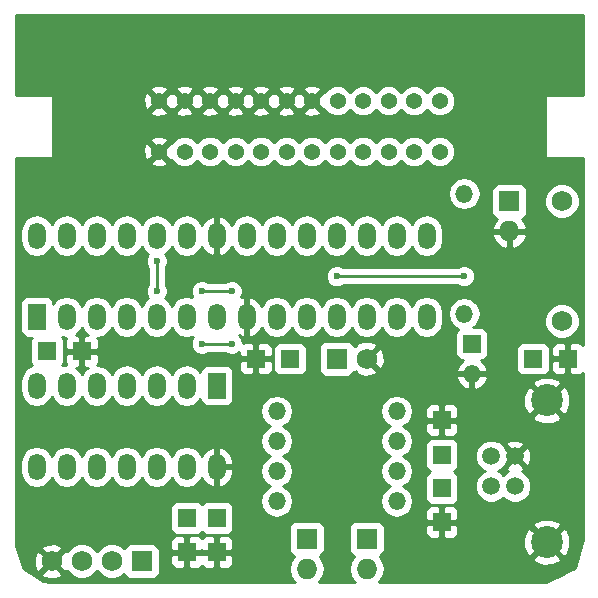
<source format=gbl>
G04 (created by PCBNEW (22-Jun-2014 BZR 4027)-stable) date Sat 02 Sep 2017 11:43:59 PM CDT*
%MOIN*%
G04 Gerber Fmt 3.4, Leading zero omitted, Abs format*
%FSLAX34Y34*%
G01*
G70*
G90*
G04 APERTURE LIST*
%ADD10C,0.00393701*%
%ADD11C,0.054*%
%ADD12R,0.059X0.0885*%
%ADD13O,0.059X0.0885*%
%ADD14C,0.059*%
%ADD15C,0.1063*%
%ADD16R,0.069X0.069*%
%ADD17C,0.069*%
%ADD18O,0.059X0.059*%
%ADD19O,0.069X0.069*%
%ADD20R,0.059X0.059*%
%ADD21R,0.059X0.064*%
%ADD22R,0.064X0.059*%
%ADD23C,0.023622*%
%ADD24C,0.01*%
G04 APERTURE END LIST*
G54D10*
G54D11*
X58925Y-36095D03*
X59775Y-36095D03*
X57225Y-36095D03*
X58075Y-36095D03*
X58925Y-34405D03*
X58075Y-34405D03*
X57225Y-34405D03*
X59775Y-34405D03*
X56375Y-36095D03*
X55525Y-36095D03*
X54675Y-36095D03*
X53825Y-36095D03*
X56375Y-34405D03*
X55525Y-34405D03*
X54675Y-34405D03*
X53825Y-34405D03*
X60625Y-36095D03*
X61475Y-36095D03*
X62325Y-36095D03*
X63175Y-36095D03*
X60625Y-34405D03*
X61475Y-34405D03*
X62325Y-34405D03*
X63175Y-34405D03*
G54D12*
X49750Y-41602D03*
G54D13*
X50750Y-41602D03*
X51750Y-41602D03*
X52750Y-41602D03*
X52750Y-38897D03*
X51750Y-38897D03*
X50750Y-38897D03*
X49750Y-38897D03*
X53750Y-41602D03*
X54750Y-41602D03*
X55750Y-41602D03*
X53750Y-38897D03*
X54750Y-38897D03*
X55750Y-38897D03*
X56750Y-41602D03*
X57750Y-41602D03*
X58750Y-41602D03*
X59750Y-41602D03*
X60750Y-41602D03*
X61750Y-41602D03*
X62750Y-41602D03*
X56750Y-38897D03*
X57750Y-38897D03*
X58750Y-38897D03*
X59750Y-38897D03*
X60750Y-38897D03*
X61750Y-38897D03*
X62750Y-38897D03*
G54D14*
X64900Y-46250D03*
X64900Y-47250D03*
X65687Y-47250D03*
X65687Y-46250D03*
G54D15*
X66750Y-44388D03*
X66750Y-49112D03*
G54D16*
X53250Y-49750D03*
G54D17*
X52250Y-49750D03*
X51250Y-49750D03*
X50250Y-49750D03*
G54D16*
X59750Y-43000D03*
G54D17*
X60750Y-43000D03*
G54D18*
X57750Y-45750D03*
X61750Y-45750D03*
X57750Y-44750D03*
X61750Y-44750D03*
X64000Y-41500D03*
X64000Y-37500D03*
X57750Y-47750D03*
X61750Y-47750D03*
X57750Y-46750D03*
X61750Y-46750D03*
G54D16*
X65500Y-37750D03*
G54D19*
X65500Y-38750D03*
G54D16*
X60750Y-49000D03*
G54D19*
X60750Y-50000D03*
G54D16*
X58750Y-49000D03*
G54D19*
X58750Y-50000D03*
G54D17*
X67250Y-41750D03*
X67250Y-37750D03*
G54D20*
X64250Y-42500D03*
G54D18*
X64250Y-43500D03*
G54D12*
X55750Y-43897D03*
G54D13*
X54750Y-43897D03*
X53750Y-43897D03*
X52750Y-43897D03*
X52750Y-46602D03*
X53750Y-46602D03*
X54750Y-46602D03*
X55750Y-46602D03*
X51750Y-43897D03*
X50750Y-43897D03*
X49750Y-43897D03*
X51750Y-46602D03*
X50750Y-46602D03*
X49750Y-46602D03*
G54D21*
X54750Y-48300D03*
X54750Y-49450D03*
X63250Y-46200D03*
X63250Y-45050D03*
X63250Y-47300D03*
X63250Y-48450D03*
G54D22*
X66300Y-43000D03*
X67450Y-43000D03*
X50100Y-42750D03*
X51250Y-42750D03*
X58200Y-43000D03*
X57050Y-43000D03*
G54D21*
X55750Y-48300D03*
X55750Y-49450D03*
G54D23*
X64000Y-40250D03*
X59750Y-40250D03*
X56250Y-42500D03*
X55250Y-42500D03*
X53750Y-40750D03*
X53750Y-39750D03*
X55250Y-40750D03*
X56250Y-40750D03*
G54D24*
X59750Y-40250D02*
X64000Y-40250D01*
X55250Y-42500D02*
X56250Y-42500D01*
X53750Y-39750D02*
X53750Y-40750D01*
X56250Y-40750D02*
X55250Y-40750D01*
G54D10*
G36*
X67950Y-48993D02*
X67708Y-49960D01*
X67703Y-49967D01*
X67534Y-50051D01*
X67534Y-49249D01*
X67534Y-44525D01*
X67527Y-44214D01*
X67422Y-43961D01*
X67400Y-43950D01*
X67400Y-43482D01*
X67400Y-43050D01*
X67400Y-42950D01*
X67400Y-42517D01*
X67337Y-42455D01*
X67080Y-42454D01*
X66988Y-42492D01*
X66918Y-42563D01*
X66880Y-42655D01*
X66879Y-42754D01*
X66880Y-42887D01*
X66942Y-42950D01*
X67400Y-42950D01*
X67400Y-43050D01*
X66942Y-43050D01*
X66880Y-43112D01*
X66879Y-43245D01*
X66880Y-43344D01*
X66918Y-43436D01*
X66988Y-43507D01*
X67080Y-43545D01*
X67337Y-43545D01*
X67400Y-43482D01*
X67400Y-43950D01*
X67303Y-43905D01*
X67232Y-43976D01*
X67232Y-43834D01*
X67176Y-43715D01*
X66887Y-43603D01*
X66870Y-43603D01*
X66870Y-43245D01*
X66870Y-42655D01*
X66832Y-42563D01*
X66761Y-42493D01*
X66669Y-42455D01*
X66570Y-42454D01*
X66095Y-42454D01*
X66095Y-38045D01*
X66095Y-37355D01*
X66057Y-37263D01*
X65986Y-37193D01*
X65894Y-37155D01*
X65795Y-37154D01*
X65105Y-37154D01*
X65013Y-37192D01*
X64943Y-37263D01*
X64905Y-37355D01*
X64904Y-37454D01*
X64904Y-38144D01*
X64942Y-38236D01*
X65013Y-38306D01*
X65086Y-38337D01*
X65020Y-38397D01*
X64922Y-38607D01*
X64969Y-38700D01*
X65450Y-38700D01*
X65450Y-38692D01*
X65550Y-38692D01*
X65550Y-38700D01*
X66030Y-38700D01*
X66077Y-38607D01*
X65979Y-38397D01*
X65913Y-38337D01*
X65986Y-38307D01*
X66056Y-38236D01*
X66094Y-38144D01*
X66095Y-38045D01*
X66095Y-42454D01*
X66077Y-42454D01*
X66077Y-38892D01*
X66030Y-38800D01*
X65550Y-38800D01*
X65550Y-39280D01*
X65642Y-39327D01*
X65808Y-39259D01*
X65979Y-39102D01*
X66077Y-38892D01*
X66077Y-42454D01*
X65930Y-42454D01*
X65838Y-42492D01*
X65768Y-42563D01*
X65730Y-42655D01*
X65729Y-42754D01*
X65729Y-43344D01*
X65767Y-43436D01*
X65838Y-43506D01*
X65930Y-43544D01*
X66029Y-43545D01*
X66669Y-43545D01*
X66761Y-43507D01*
X66831Y-43436D01*
X66869Y-43344D01*
X66870Y-43245D01*
X66870Y-43603D01*
X66576Y-43610D01*
X66323Y-43715D01*
X66267Y-43834D01*
X66750Y-44317D01*
X67232Y-43834D01*
X67232Y-43976D01*
X66820Y-44388D01*
X67303Y-44870D01*
X67422Y-44814D01*
X67534Y-44525D01*
X67534Y-49249D01*
X67527Y-48938D01*
X67422Y-48685D01*
X67303Y-48629D01*
X67232Y-48700D01*
X67232Y-48558D01*
X67232Y-44941D01*
X66750Y-44458D01*
X66679Y-44529D01*
X66679Y-44388D01*
X66196Y-43905D01*
X66077Y-43961D01*
X65965Y-44250D01*
X65972Y-44561D01*
X66077Y-44814D01*
X66196Y-44870D01*
X66679Y-44388D01*
X66679Y-44529D01*
X66267Y-44941D01*
X66323Y-45060D01*
X66612Y-45172D01*
X66923Y-45165D01*
X67176Y-45060D01*
X67232Y-44941D01*
X67232Y-48558D01*
X67176Y-48439D01*
X66887Y-48327D01*
X66576Y-48334D01*
X66323Y-48439D01*
X66267Y-48558D01*
X66750Y-49041D01*
X67232Y-48558D01*
X67232Y-48700D01*
X66820Y-49112D01*
X67303Y-49594D01*
X67422Y-49538D01*
X67534Y-49249D01*
X67534Y-50051D01*
X67232Y-50202D01*
X67232Y-49665D01*
X66750Y-49182D01*
X66679Y-49253D01*
X66679Y-49112D01*
X66236Y-48669D01*
X66236Y-46330D01*
X66225Y-46114D01*
X66164Y-45965D01*
X66069Y-45938D01*
X65998Y-46009D01*
X65998Y-45867D01*
X65971Y-45772D01*
X65767Y-45700D01*
X65551Y-45711D01*
X65450Y-45753D01*
X65450Y-39280D01*
X65450Y-38800D01*
X64969Y-38800D01*
X64922Y-38892D01*
X65020Y-39102D01*
X65191Y-39259D01*
X65357Y-39327D01*
X65450Y-39280D01*
X65450Y-45753D01*
X65402Y-45772D01*
X65375Y-45867D01*
X65687Y-46179D01*
X65998Y-45867D01*
X65998Y-46009D01*
X65757Y-46250D01*
X66069Y-46561D01*
X66164Y-46534D01*
X66236Y-46330D01*
X66236Y-48669D01*
X66232Y-48664D01*
X66232Y-47142D01*
X66149Y-46941D01*
X65996Y-46788D01*
X65910Y-46752D01*
X65971Y-46727D01*
X65998Y-46632D01*
X65687Y-46320D01*
X65375Y-46632D01*
X65402Y-46727D01*
X65468Y-46750D01*
X65378Y-46787D01*
X65293Y-46872D01*
X65209Y-46788D01*
X65117Y-46750D01*
X65208Y-46712D01*
X65361Y-46559D01*
X65400Y-46465D01*
X65616Y-46250D01*
X65400Y-46034D01*
X65362Y-45941D01*
X65209Y-45788D01*
X65008Y-45705D01*
X64795Y-45704D01*
X64795Y-42745D01*
X64795Y-42155D01*
X64757Y-42063D01*
X64686Y-41993D01*
X64594Y-41955D01*
X64495Y-41954D01*
X64297Y-41954D01*
X64385Y-41896D01*
X64503Y-41719D01*
X64545Y-41510D01*
X64545Y-41489D01*
X64545Y-37510D01*
X64545Y-37489D01*
X64503Y-37280D01*
X64385Y-37103D01*
X64208Y-36985D01*
X64000Y-36944D01*
X63791Y-36985D01*
X63695Y-37050D01*
X63695Y-35992D01*
X63695Y-34302D01*
X63616Y-34110D01*
X63469Y-33964D01*
X63278Y-33885D01*
X63072Y-33884D01*
X62880Y-33963D01*
X62749Y-34094D01*
X62619Y-33964D01*
X62428Y-33885D01*
X62222Y-33884D01*
X62030Y-33963D01*
X61899Y-34094D01*
X61769Y-33964D01*
X61578Y-33885D01*
X61372Y-33884D01*
X61180Y-33963D01*
X61049Y-34094D01*
X60919Y-33964D01*
X60728Y-33885D01*
X60522Y-33884D01*
X60330Y-33963D01*
X60199Y-34094D01*
X60069Y-33964D01*
X59878Y-33885D01*
X59672Y-33884D01*
X59480Y-33963D01*
X59334Y-34110D01*
X59329Y-34121D01*
X59289Y-34111D01*
X59218Y-34182D01*
X59218Y-34040D01*
X59194Y-33948D01*
X58999Y-33880D01*
X58793Y-33891D01*
X58655Y-33948D01*
X58631Y-34040D01*
X58925Y-34334D01*
X59218Y-34040D01*
X59218Y-34182D01*
X58995Y-34405D01*
X59289Y-34698D01*
X59329Y-34688D01*
X59333Y-34699D01*
X59480Y-34845D01*
X59671Y-34924D01*
X59877Y-34925D01*
X60069Y-34846D01*
X60200Y-34715D01*
X60330Y-34845D01*
X60521Y-34924D01*
X60727Y-34925D01*
X60919Y-34846D01*
X61050Y-34715D01*
X61180Y-34845D01*
X61371Y-34924D01*
X61577Y-34925D01*
X61769Y-34846D01*
X61900Y-34715D01*
X62030Y-34845D01*
X62221Y-34924D01*
X62427Y-34925D01*
X62619Y-34846D01*
X62750Y-34715D01*
X62880Y-34845D01*
X63071Y-34924D01*
X63277Y-34925D01*
X63469Y-34846D01*
X63615Y-34699D01*
X63694Y-34508D01*
X63695Y-34302D01*
X63695Y-35992D01*
X63616Y-35800D01*
X63469Y-35654D01*
X63278Y-35575D01*
X63072Y-35574D01*
X62880Y-35653D01*
X62749Y-35784D01*
X62619Y-35654D01*
X62428Y-35575D01*
X62222Y-35574D01*
X62030Y-35653D01*
X61899Y-35784D01*
X61769Y-35654D01*
X61578Y-35575D01*
X61372Y-35574D01*
X61180Y-35653D01*
X61049Y-35784D01*
X60919Y-35654D01*
X60728Y-35575D01*
X60522Y-35574D01*
X60330Y-35653D01*
X60199Y-35784D01*
X60069Y-35654D01*
X59878Y-35575D01*
X59672Y-35574D01*
X59480Y-35653D01*
X59349Y-35784D01*
X59219Y-35654D01*
X59218Y-35653D01*
X59218Y-34769D01*
X58925Y-34475D01*
X58854Y-34546D01*
X58854Y-34405D01*
X58560Y-34111D01*
X58499Y-34127D01*
X58439Y-34111D01*
X58368Y-34182D01*
X58368Y-34040D01*
X58344Y-33948D01*
X58149Y-33880D01*
X57943Y-33891D01*
X57805Y-33948D01*
X57781Y-34040D01*
X58075Y-34334D01*
X58368Y-34040D01*
X58368Y-34182D01*
X58145Y-34405D01*
X58439Y-34698D01*
X58499Y-34682D01*
X58560Y-34698D01*
X58854Y-34405D01*
X58854Y-34546D01*
X58631Y-34769D01*
X58655Y-34861D01*
X58850Y-34929D01*
X59056Y-34918D01*
X59194Y-34861D01*
X59218Y-34769D01*
X59218Y-35653D01*
X59028Y-35575D01*
X58822Y-35574D01*
X58630Y-35653D01*
X58499Y-35784D01*
X58369Y-35654D01*
X58368Y-35653D01*
X58368Y-34769D01*
X58075Y-34475D01*
X58004Y-34546D01*
X58004Y-34405D01*
X57710Y-34111D01*
X57649Y-34127D01*
X57589Y-34111D01*
X57518Y-34182D01*
X57518Y-34040D01*
X57494Y-33948D01*
X57299Y-33880D01*
X57093Y-33891D01*
X56955Y-33948D01*
X56931Y-34040D01*
X57225Y-34334D01*
X57518Y-34040D01*
X57518Y-34182D01*
X57295Y-34405D01*
X57589Y-34698D01*
X57649Y-34682D01*
X57710Y-34698D01*
X58004Y-34405D01*
X58004Y-34546D01*
X57781Y-34769D01*
X57805Y-34861D01*
X58000Y-34929D01*
X58206Y-34918D01*
X58344Y-34861D01*
X58368Y-34769D01*
X58368Y-35653D01*
X58178Y-35575D01*
X57972Y-35574D01*
X57780Y-35653D01*
X57649Y-35784D01*
X57519Y-35654D01*
X57518Y-35653D01*
X57518Y-34769D01*
X57225Y-34475D01*
X57154Y-34546D01*
X57154Y-34405D01*
X56860Y-34111D01*
X56799Y-34127D01*
X56739Y-34111D01*
X56668Y-34182D01*
X56668Y-34040D01*
X56644Y-33948D01*
X56449Y-33880D01*
X56243Y-33891D01*
X56105Y-33948D01*
X56081Y-34040D01*
X56375Y-34334D01*
X56668Y-34040D01*
X56668Y-34182D01*
X56445Y-34405D01*
X56739Y-34698D01*
X56799Y-34682D01*
X56860Y-34698D01*
X57154Y-34405D01*
X57154Y-34546D01*
X56931Y-34769D01*
X56955Y-34861D01*
X57150Y-34929D01*
X57356Y-34918D01*
X57494Y-34861D01*
X57518Y-34769D01*
X57518Y-35653D01*
X57328Y-35575D01*
X57122Y-35574D01*
X56930Y-35653D01*
X56799Y-35784D01*
X56669Y-35654D01*
X56668Y-35653D01*
X56668Y-34769D01*
X56375Y-34475D01*
X56304Y-34546D01*
X56304Y-34405D01*
X56010Y-34111D01*
X55949Y-34127D01*
X55889Y-34111D01*
X55818Y-34182D01*
X55818Y-34040D01*
X55794Y-33948D01*
X55599Y-33880D01*
X55393Y-33891D01*
X55255Y-33948D01*
X55231Y-34040D01*
X55525Y-34334D01*
X55818Y-34040D01*
X55818Y-34182D01*
X55595Y-34405D01*
X55889Y-34698D01*
X55949Y-34682D01*
X56010Y-34698D01*
X56304Y-34405D01*
X56304Y-34546D01*
X56081Y-34769D01*
X56105Y-34861D01*
X56300Y-34929D01*
X56506Y-34918D01*
X56644Y-34861D01*
X56668Y-34769D01*
X56668Y-35653D01*
X56478Y-35575D01*
X56272Y-35574D01*
X56080Y-35653D01*
X55949Y-35784D01*
X55819Y-35654D01*
X55818Y-35653D01*
X55818Y-34769D01*
X55525Y-34475D01*
X55454Y-34546D01*
X55454Y-34405D01*
X55160Y-34111D01*
X55099Y-34127D01*
X55039Y-34111D01*
X54968Y-34182D01*
X54968Y-34040D01*
X54944Y-33948D01*
X54749Y-33880D01*
X54543Y-33891D01*
X54405Y-33948D01*
X54381Y-34040D01*
X54675Y-34334D01*
X54968Y-34040D01*
X54968Y-34182D01*
X54745Y-34405D01*
X55039Y-34698D01*
X55099Y-34682D01*
X55160Y-34698D01*
X55454Y-34405D01*
X55454Y-34546D01*
X55231Y-34769D01*
X55255Y-34861D01*
X55450Y-34929D01*
X55656Y-34918D01*
X55794Y-34861D01*
X55818Y-34769D01*
X55818Y-35653D01*
X55628Y-35575D01*
X55422Y-35574D01*
X55230Y-35653D01*
X55099Y-35784D01*
X54969Y-35654D01*
X54968Y-35653D01*
X54968Y-34769D01*
X54675Y-34475D01*
X54604Y-34546D01*
X54604Y-34405D01*
X54310Y-34111D01*
X54249Y-34127D01*
X54189Y-34111D01*
X54118Y-34182D01*
X54118Y-34040D01*
X54094Y-33948D01*
X53899Y-33880D01*
X53693Y-33891D01*
X53555Y-33948D01*
X53531Y-34040D01*
X53825Y-34334D01*
X54118Y-34040D01*
X54118Y-34182D01*
X53895Y-34405D01*
X54189Y-34698D01*
X54249Y-34682D01*
X54310Y-34698D01*
X54604Y-34405D01*
X54604Y-34546D01*
X54381Y-34769D01*
X54405Y-34861D01*
X54600Y-34929D01*
X54806Y-34918D01*
X54944Y-34861D01*
X54968Y-34769D01*
X54968Y-35653D01*
X54778Y-35575D01*
X54572Y-35574D01*
X54380Y-35653D01*
X54234Y-35800D01*
X54229Y-35811D01*
X54189Y-35801D01*
X54118Y-35872D01*
X54118Y-35730D01*
X54118Y-34769D01*
X53825Y-34475D01*
X53754Y-34546D01*
X53754Y-34405D01*
X53460Y-34111D01*
X53368Y-34135D01*
X53300Y-34330D01*
X53311Y-34536D01*
X53368Y-34674D01*
X53460Y-34698D01*
X53754Y-34405D01*
X53754Y-34546D01*
X53531Y-34769D01*
X53555Y-34861D01*
X53750Y-34929D01*
X53956Y-34918D01*
X54094Y-34861D01*
X54118Y-34769D01*
X54118Y-35730D01*
X54094Y-35638D01*
X53899Y-35570D01*
X53693Y-35581D01*
X53555Y-35638D01*
X53531Y-35730D01*
X53825Y-36024D01*
X54118Y-35730D01*
X54118Y-35872D01*
X53895Y-36095D01*
X54189Y-36388D01*
X54229Y-36378D01*
X54233Y-36389D01*
X54380Y-36535D01*
X54571Y-36614D01*
X54777Y-36615D01*
X54969Y-36536D01*
X55100Y-36405D01*
X55230Y-36535D01*
X55421Y-36614D01*
X55627Y-36615D01*
X55819Y-36536D01*
X55950Y-36405D01*
X56080Y-36535D01*
X56271Y-36614D01*
X56477Y-36615D01*
X56669Y-36536D01*
X56800Y-36405D01*
X56930Y-36535D01*
X57121Y-36614D01*
X57327Y-36615D01*
X57519Y-36536D01*
X57650Y-36405D01*
X57780Y-36535D01*
X57971Y-36614D01*
X58177Y-36615D01*
X58369Y-36536D01*
X58500Y-36405D01*
X58630Y-36535D01*
X58821Y-36614D01*
X59027Y-36615D01*
X59219Y-36536D01*
X59350Y-36405D01*
X59480Y-36535D01*
X59671Y-36614D01*
X59877Y-36615D01*
X60069Y-36536D01*
X60200Y-36405D01*
X60330Y-36535D01*
X60521Y-36614D01*
X60727Y-36615D01*
X60919Y-36536D01*
X61050Y-36405D01*
X61180Y-36535D01*
X61371Y-36614D01*
X61577Y-36615D01*
X61769Y-36536D01*
X61900Y-36405D01*
X62030Y-36535D01*
X62221Y-36614D01*
X62427Y-36615D01*
X62619Y-36536D01*
X62750Y-36405D01*
X62880Y-36535D01*
X63071Y-36614D01*
X63277Y-36615D01*
X63469Y-36536D01*
X63615Y-36389D01*
X63694Y-36198D01*
X63695Y-35992D01*
X63695Y-37050D01*
X63614Y-37103D01*
X63496Y-37280D01*
X63455Y-37489D01*
X63455Y-37510D01*
X63496Y-37719D01*
X63614Y-37896D01*
X63791Y-38014D01*
X64000Y-38055D01*
X64208Y-38014D01*
X64385Y-37896D01*
X64503Y-37719D01*
X64545Y-37510D01*
X64545Y-41489D01*
X64503Y-41280D01*
X64385Y-41103D01*
X64368Y-41092D01*
X64368Y-40177D01*
X64312Y-40041D01*
X64208Y-39938D01*
X64073Y-39881D01*
X63927Y-39881D01*
X63791Y-39937D01*
X63779Y-39950D01*
X63295Y-39950D01*
X63295Y-39058D01*
X63295Y-38736D01*
X63253Y-38527D01*
X63135Y-38351D01*
X62958Y-38232D01*
X62750Y-38191D01*
X62541Y-38232D01*
X62364Y-38351D01*
X62250Y-38522D01*
X62135Y-38351D01*
X61958Y-38232D01*
X61750Y-38191D01*
X61541Y-38232D01*
X61364Y-38351D01*
X61250Y-38522D01*
X61135Y-38351D01*
X60958Y-38232D01*
X60750Y-38191D01*
X60541Y-38232D01*
X60364Y-38351D01*
X60250Y-38522D01*
X60135Y-38351D01*
X59958Y-38232D01*
X59750Y-38191D01*
X59541Y-38232D01*
X59364Y-38351D01*
X59250Y-38522D01*
X59135Y-38351D01*
X58958Y-38232D01*
X58750Y-38191D01*
X58541Y-38232D01*
X58364Y-38351D01*
X58250Y-38522D01*
X58135Y-38351D01*
X57958Y-38232D01*
X57750Y-38191D01*
X57541Y-38232D01*
X57364Y-38351D01*
X57250Y-38522D01*
X57135Y-38351D01*
X56958Y-38232D01*
X56750Y-38191D01*
X56541Y-38232D01*
X56364Y-38351D01*
X56246Y-38527D01*
X56245Y-38532D01*
X56234Y-38495D01*
X56100Y-38329D01*
X55912Y-38227D01*
X55884Y-38221D01*
X55800Y-38270D01*
X55800Y-38847D01*
X55807Y-38847D01*
X55807Y-38947D01*
X55800Y-38947D01*
X55800Y-39524D01*
X55884Y-39573D01*
X55912Y-39567D01*
X56100Y-39465D01*
X56234Y-39299D01*
X56245Y-39262D01*
X56246Y-39267D01*
X56364Y-39443D01*
X56541Y-39562D01*
X56750Y-39603D01*
X56958Y-39562D01*
X57135Y-39443D01*
X57250Y-39272D01*
X57364Y-39443D01*
X57541Y-39562D01*
X57750Y-39603D01*
X57958Y-39562D01*
X58135Y-39443D01*
X58250Y-39272D01*
X58364Y-39443D01*
X58541Y-39562D01*
X58750Y-39603D01*
X58958Y-39562D01*
X59135Y-39443D01*
X59250Y-39272D01*
X59364Y-39443D01*
X59541Y-39562D01*
X59750Y-39603D01*
X59958Y-39562D01*
X60135Y-39443D01*
X60250Y-39272D01*
X60364Y-39443D01*
X60541Y-39562D01*
X60750Y-39603D01*
X60958Y-39562D01*
X61135Y-39443D01*
X61250Y-39272D01*
X61364Y-39443D01*
X61541Y-39562D01*
X61750Y-39603D01*
X61958Y-39562D01*
X62135Y-39443D01*
X62250Y-39272D01*
X62364Y-39443D01*
X62541Y-39562D01*
X62750Y-39603D01*
X62958Y-39562D01*
X63135Y-39443D01*
X63253Y-39267D01*
X63295Y-39058D01*
X63295Y-39950D01*
X59970Y-39950D01*
X59958Y-39938D01*
X59823Y-39881D01*
X59677Y-39881D01*
X59541Y-39937D01*
X59438Y-40041D01*
X59381Y-40176D01*
X59381Y-40322D01*
X59437Y-40458D01*
X59541Y-40561D01*
X59676Y-40618D01*
X59822Y-40618D01*
X59958Y-40562D01*
X59970Y-40550D01*
X63779Y-40550D01*
X63791Y-40561D01*
X63926Y-40618D01*
X64072Y-40618D01*
X64208Y-40562D01*
X64311Y-40458D01*
X64368Y-40323D01*
X64368Y-40177D01*
X64368Y-41092D01*
X64208Y-40985D01*
X64000Y-40944D01*
X63791Y-40985D01*
X63614Y-41103D01*
X63496Y-41280D01*
X63455Y-41489D01*
X63455Y-41510D01*
X63496Y-41719D01*
X63614Y-41896D01*
X63791Y-42014D01*
X63792Y-42014D01*
X63743Y-42063D01*
X63705Y-42155D01*
X63704Y-42254D01*
X63704Y-42844D01*
X63742Y-42936D01*
X63813Y-43006D01*
X63905Y-43044D01*
X63956Y-43045D01*
X63813Y-43173D01*
X63721Y-43365D01*
X63769Y-43450D01*
X64200Y-43450D01*
X64200Y-43442D01*
X64300Y-43442D01*
X64300Y-43450D01*
X64730Y-43450D01*
X64778Y-43365D01*
X64686Y-43173D01*
X64543Y-43045D01*
X64594Y-43045D01*
X64686Y-43007D01*
X64756Y-42936D01*
X64794Y-42844D01*
X64795Y-42745D01*
X64795Y-45704D01*
X64792Y-45704D01*
X64778Y-45710D01*
X64778Y-43634D01*
X64730Y-43550D01*
X64300Y-43550D01*
X64300Y-43979D01*
X64384Y-44028D01*
X64528Y-43968D01*
X64686Y-43826D01*
X64778Y-43634D01*
X64778Y-45710D01*
X64591Y-45787D01*
X64438Y-45940D01*
X64355Y-46141D01*
X64354Y-46357D01*
X64437Y-46558D01*
X64590Y-46711D01*
X64682Y-46749D01*
X64591Y-46787D01*
X64438Y-46940D01*
X64355Y-47141D01*
X64354Y-47357D01*
X64437Y-47558D01*
X64590Y-47711D01*
X64791Y-47794D01*
X65007Y-47795D01*
X65208Y-47712D01*
X65293Y-47627D01*
X65377Y-47711D01*
X65578Y-47794D01*
X65794Y-47795D01*
X65995Y-47712D01*
X66148Y-47559D01*
X66231Y-47358D01*
X66232Y-47142D01*
X66232Y-48664D01*
X66196Y-48629D01*
X66077Y-48685D01*
X65965Y-48974D01*
X65972Y-49285D01*
X66077Y-49538D01*
X66196Y-49594D01*
X66679Y-49112D01*
X66679Y-49253D01*
X66267Y-49665D01*
X66323Y-49784D01*
X66612Y-49896D01*
X66923Y-49889D01*
X67176Y-49784D01*
X67232Y-49665D01*
X67232Y-50202D01*
X66738Y-50450D01*
X64200Y-50450D01*
X64200Y-43979D01*
X64200Y-43550D01*
X63769Y-43550D01*
X63721Y-43634D01*
X63813Y-43826D01*
X63971Y-43968D01*
X64115Y-44028D01*
X64200Y-43979D01*
X64200Y-50450D01*
X63795Y-50450D01*
X63795Y-48819D01*
X63795Y-48080D01*
X63795Y-47570D01*
X63795Y-46930D01*
X63757Y-46838D01*
X63686Y-46768D01*
X63643Y-46750D01*
X63686Y-46732D01*
X63756Y-46661D01*
X63794Y-46569D01*
X63795Y-46470D01*
X63795Y-45830D01*
X63795Y-45419D01*
X63795Y-44680D01*
X63757Y-44588D01*
X63686Y-44518D01*
X63594Y-44480D01*
X63495Y-44479D01*
X63362Y-44480D01*
X63300Y-44542D01*
X63300Y-45000D01*
X63732Y-45000D01*
X63795Y-44937D01*
X63795Y-44680D01*
X63795Y-45419D01*
X63795Y-45162D01*
X63732Y-45100D01*
X63300Y-45100D01*
X63300Y-45557D01*
X63362Y-45620D01*
X63495Y-45620D01*
X63594Y-45619D01*
X63686Y-45581D01*
X63757Y-45511D01*
X63795Y-45419D01*
X63795Y-45830D01*
X63757Y-45738D01*
X63686Y-45668D01*
X63594Y-45630D01*
X63495Y-45629D01*
X63295Y-45629D01*
X63295Y-41763D01*
X63295Y-41441D01*
X63253Y-41232D01*
X63135Y-41056D01*
X62958Y-40937D01*
X62750Y-40896D01*
X62541Y-40937D01*
X62364Y-41056D01*
X62250Y-41227D01*
X62135Y-41056D01*
X61958Y-40937D01*
X61750Y-40896D01*
X61541Y-40937D01*
X61364Y-41056D01*
X61250Y-41227D01*
X61135Y-41056D01*
X60958Y-40937D01*
X60750Y-40896D01*
X60541Y-40937D01*
X60364Y-41056D01*
X60250Y-41227D01*
X60135Y-41056D01*
X59958Y-40937D01*
X59750Y-40896D01*
X59541Y-40937D01*
X59364Y-41056D01*
X59250Y-41227D01*
X59135Y-41056D01*
X58958Y-40937D01*
X58750Y-40896D01*
X58541Y-40937D01*
X58364Y-41056D01*
X58250Y-41227D01*
X58135Y-41056D01*
X57958Y-40937D01*
X57750Y-40896D01*
X57541Y-40937D01*
X57364Y-41056D01*
X57246Y-41232D01*
X57245Y-41237D01*
X57234Y-41200D01*
X57100Y-41034D01*
X56912Y-40932D01*
X56884Y-40926D01*
X56800Y-40975D01*
X56800Y-41552D01*
X56807Y-41552D01*
X56807Y-41652D01*
X56800Y-41652D01*
X56800Y-42229D01*
X56884Y-42278D01*
X56912Y-42272D01*
X57100Y-42170D01*
X57234Y-42004D01*
X57245Y-41967D01*
X57246Y-41972D01*
X57364Y-42148D01*
X57541Y-42267D01*
X57750Y-42308D01*
X57958Y-42267D01*
X58135Y-42148D01*
X58250Y-41977D01*
X58364Y-42148D01*
X58541Y-42267D01*
X58750Y-42308D01*
X58958Y-42267D01*
X59135Y-42148D01*
X59250Y-41977D01*
X59364Y-42148D01*
X59541Y-42267D01*
X59750Y-42308D01*
X59958Y-42267D01*
X60135Y-42148D01*
X60250Y-41977D01*
X60364Y-42148D01*
X60541Y-42267D01*
X60750Y-42308D01*
X60958Y-42267D01*
X61135Y-42148D01*
X61250Y-41977D01*
X61364Y-42148D01*
X61541Y-42267D01*
X61750Y-42308D01*
X61958Y-42267D01*
X62135Y-42148D01*
X62250Y-41977D01*
X62364Y-42148D01*
X62541Y-42267D01*
X62750Y-42308D01*
X62958Y-42267D01*
X63135Y-42148D01*
X63253Y-41972D01*
X63295Y-41763D01*
X63295Y-45629D01*
X63200Y-45629D01*
X63200Y-45557D01*
X63200Y-45100D01*
X63200Y-45000D01*
X63200Y-44542D01*
X63137Y-44480D01*
X63004Y-44479D01*
X62905Y-44480D01*
X62813Y-44518D01*
X62742Y-44588D01*
X62704Y-44680D01*
X62705Y-44937D01*
X62767Y-45000D01*
X63200Y-45000D01*
X63200Y-45100D01*
X62767Y-45100D01*
X62705Y-45162D01*
X62704Y-45419D01*
X62742Y-45511D01*
X62813Y-45581D01*
X62905Y-45619D01*
X63004Y-45620D01*
X63137Y-45620D01*
X63200Y-45557D01*
X63200Y-45629D01*
X62905Y-45629D01*
X62813Y-45667D01*
X62743Y-45738D01*
X62705Y-45830D01*
X62704Y-45929D01*
X62704Y-46569D01*
X62742Y-46661D01*
X62813Y-46731D01*
X62856Y-46749D01*
X62813Y-46767D01*
X62743Y-46838D01*
X62705Y-46930D01*
X62704Y-47029D01*
X62704Y-47669D01*
X62742Y-47761D01*
X62813Y-47831D01*
X62905Y-47869D01*
X63004Y-47870D01*
X63594Y-47870D01*
X63686Y-47832D01*
X63756Y-47761D01*
X63794Y-47669D01*
X63795Y-47570D01*
X63795Y-48080D01*
X63757Y-47988D01*
X63686Y-47918D01*
X63594Y-47880D01*
X63495Y-47879D01*
X63362Y-47880D01*
X63300Y-47942D01*
X63300Y-48400D01*
X63732Y-48400D01*
X63795Y-48337D01*
X63795Y-48080D01*
X63795Y-48819D01*
X63795Y-48562D01*
X63732Y-48500D01*
X63300Y-48500D01*
X63300Y-48957D01*
X63362Y-49020D01*
X63495Y-49020D01*
X63594Y-49019D01*
X63686Y-48981D01*
X63757Y-48911D01*
X63795Y-48819D01*
X63795Y-50450D01*
X63200Y-50450D01*
X63200Y-48957D01*
X63200Y-48500D01*
X63200Y-48400D01*
X63200Y-47942D01*
X63137Y-47880D01*
X63004Y-47879D01*
X62905Y-47880D01*
X62813Y-47918D01*
X62742Y-47988D01*
X62704Y-48080D01*
X62705Y-48337D01*
X62767Y-48400D01*
X63200Y-48400D01*
X63200Y-48500D01*
X62767Y-48500D01*
X62705Y-48562D01*
X62704Y-48819D01*
X62742Y-48911D01*
X62813Y-48981D01*
X62905Y-49019D01*
X63004Y-49020D01*
X63137Y-49020D01*
X63200Y-48957D01*
X63200Y-50450D01*
X62305Y-50450D01*
X62305Y-47750D01*
X62264Y-47541D01*
X62146Y-47364D01*
X61974Y-47250D01*
X62146Y-47135D01*
X62264Y-46958D01*
X62305Y-46750D01*
X62264Y-46541D01*
X62146Y-46364D01*
X61974Y-46250D01*
X62146Y-46135D01*
X62264Y-45958D01*
X62305Y-45750D01*
X62264Y-45541D01*
X62146Y-45364D01*
X61974Y-45250D01*
X62146Y-45135D01*
X62264Y-44958D01*
X62305Y-44750D01*
X62264Y-44541D01*
X62146Y-44364D01*
X61969Y-44246D01*
X61760Y-44205D01*
X61739Y-44205D01*
X61530Y-44246D01*
X61353Y-44364D01*
X61349Y-44371D01*
X61349Y-43092D01*
X61339Y-42856D01*
X61268Y-42685D01*
X61168Y-42652D01*
X61097Y-42722D01*
X60820Y-43000D01*
X61168Y-43347D01*
X61268Y-43314D01*
X61349Y-43092D01*
X61349Y-44371D01*
X61235Y-44541D01*
X61194Y-44750D01*
X61235Y-44958D01*
X61353Y-45135D01*
X61525Y-45250D01*
X61353Y-45364D01*
X61235Y-45541D01*
X61194Y-45750D01*
X61235Y-45958D01*
X61353Y-46135D01*
X61525Y-46250D01*
X61353Y-46364D01*
X61235Y-46541D01*
X61194Y-46750D01*
X61235Y-46958D01*
X61353Y-47135D01*
X61525Y-47250D01*
X61353Y-47364D01*
X61235Y-47541D01*
X61194Y-47750D01*
X61235Y-47958D01*
X61353Y-48135D01*
X61530Y-48253D01*
X61739Y-48295D01*
X61760Y-48295D01*
X61969Y-48253D01*
X62146Y-48135D01*
X62264Y-47958D01*
X62305Y-47750D01*
X62305Y-50450D01*
X61144Y-50450D01*
X61170Y-50432D01*
X61299Y-50239D01*
X61345Y-50011D01*
X61345Y-49988D01*
X61299Y-49760D01*
X61179Y-49580D01*
X61236Y-49557D01*
X61306Y-49486D01*
X61344Y-49394D01*
X61345Y-49295D01*
X61345Y-48605D01*
X61307Y-48513D01*
X61236Y-48443D01*
X61144Y-48405D01*
X61097Y-48405D01*
X61097Y-43418D01*
X60750Y-43070D01*
X60744Y-43076D01*
X60679Y-43011D01*
X60673Y-43005D01*
X60679Y-43000D01*
X60673Y-42994D01*
X60744Y-42923D01*
X60750Y-42929D01*
X61097Y-42581D01*
X61064Y-42481D01*
X60842Y-42400D01*
X60606Y-42410D01*
X60435Y-42481D01*
X60402Y-42581D01*
X60357Y-42536D01*
X60328Y-42565D01*
X60307Y-42513D01*
X60236Y-42443D01*
X60144Y-42405D01*
X60045Y-42404D01*
X59355Y-42404D01*
X59263Y-42442D01*
X59193Y-42513D01*
X59155Y-42605D01*
X59154Y-42704D01*
X59154Y-43394D01*
X59192Y-43486D01*
X59263Y-43556D01*
X59355Y-43594D01*
X59454Y-43595D01*
X60144Y-43595D01*
X60236Y-43557D01*
X60306Y-43486D01*
X60328Y-43434D01*
X60357Y-43463D01*
X60402Y-43418D01*
X60435Y-43518D01*
X60657Y-43599D01*
X60893Y-43589D01*
X61064Y-43518D01*
X61097Y-43418D01*
X61097Y-48405D01*
X61045Y-48404D01*
X60355Y-48404D01*
X60263Y-48442D01*
X60193Y-48513D01*
X60155Y-48605D01*
X60154Y-48704D01*
X60154Y-49394D01*
X60192Y-49486D01*
X60263Y-49556D01*
X60320Y-49580D01*
X60200Y-49760D01*
X60155Y-49988D01*
X60155Y-50011D01*
X60200Y-50239D01*
X60329Y-50432D01*
X60355Y-50450D01*
X59144Y-50450D01*
X59170Y-50432D01*
X59299Y-50239D01*
X59345Y-50011D01*
X59345Y-49988D01*
X59299Y-49760D01*
X59179Y-49580D01*
X59236Y-49557D01*
X59306Y-49486D01*
X59344Y-49394D01*
X59345Y-49295D01*
X59345Y-48605D01*
X59307Y-48513D01*
X59236Y-48443D01*
X59144Y-48405D01*
X59045Y-48404D01*
X58770Y-48404D01*
X58770Y-43245D01*
X58770Y-42655D01*
X58732Y-42563D01*
X58661Y-42493D01*
X58569Y-42455D01*
X58470Y-42454D01*
X57830Y-42454D01*
X57738Y-42492D01*
X57668Y-42563D01*
X57630Y-42655D01*
X57629Y-42754D01*
X57629Y-43344D01*
X57667Y-43436D01*
X57738Y-43506D01*
X57830Y-43544D01*
X57929Y-43545D01*
X58569Y-43545D01*
X58661Y-43507D01*
X58731Y-43436D01*
X58769Y-43344D01*
X58770Y-43245D01*
X58770Y-48404D01*
X58355Y-48404D01*
X58305Y-48425D01*
X58305Y-47750D01*
X58264Y-47541D01*
X58146Y-47364D01*
X57974Y-47250D01*
X58146Y-47135D01*
X58264Y-46958D01*
X58305Y-46750D01*
X58264Y-46541D01*
X58146Y-46364D01*
X57974Y-46250D01*
X58146Y-46135D01*
X58264Y-45958D01*
X58305Y-45750D01*
X58264Y-45541D01*
X58146Y-45364D01*
X57974Y-45250D01*
X58146Y-45135D01*
X58264Y-44958D01*
X58305Y-44750D01*
X58264Y-44541D01*
X58146Y-44364D01*
X57969Y-44246D01*
X57760Y-44205D01*
X57739Y-44205D01*
X57620Y-44228D01*
X57620Y-43245D01*
X57620Y-42754D01*
X57619Y-42655D01*
X57581Y-42563D01*
X57511Y-42492D01*
X57419Y-42454D01*
X57162Y-42455D01*
X57100Y-42517D01*
X57100Y-42950D01*
X57557Y-42950D01*
X57620Y-42887D01*
X57620Y-42754D01*
X57620Y-43245D01*
X57620Y-43112D01*
X57557Y-43050D01*
X57100Y-43050D01*
X57100Y-43482D01*
X57162Y-43545D01*
X57419Y-43545D01*
X57511Y-43507D01*
X57581Y-43436D01*
X57619Y-43344D01*
X57620Y-43245D01*
X57620Y-44228D01*
X57530Y-44246D01*
X57353Y-44364D01*
X57235Y-44541D01*
X57194Y-44750D01*
X57235Y-44958D01*
X57353Y-45135D01*
X57525Y-45250D01*
X57353Y-45364D01*
X57235Y-45541D01*
X57194Y-45750D01*
X57235Y-45958D01*
X57353Y-46135D01*
X57525Y-46250D01*
X57353Y-46364D01*
X57235Y-46541D01*
X57194Y-46750D01*
X57235Y-46958D01*
X57353Y-47135D01*
X57525Y-47250D01*
X57353Y-47364D01*
X57235Y-47541D01*
X57194Y-47750D01*
X57235Y-47958D01*
X57353Y-48135D01*
X57530Y-48253D01*
X57739Y-48295D01*
X57760Y-48295D01*
X57969Y-48253D01*
X58146Y-48135D01*
X58264Y-47958D01*
X58305Y-47750D01*
X58305Y-48425D01*
X58263Y-48442D01*
X58193Y-48513D01*
X58155Y-48605D01*
X58154Y-48704D01*
X58154Y-49394D01*
X58192Y-49486D01*
X58263Y-49556D01*
X58320Y-49580D01*
X58200Y-49760D01*
X58155Y-49988D01*
X58155Y-50011D01*
X58200Y-50239D01*
X58329Y-50432D01*
X58355Y-50450D01*
X57000Y-50450D01*
X57000Y-43482D01*
X57000Y-43050D01*
X57000Y-42950D01*
X57000Y-42517D01*
X56937Y-42455D01*
X56680Y-42454D01*
X56618Y-42480D01*
X56618Y-42427D01*
X56562Y-42291D01*
X56490Y-42219D01*
X56587Y-42272D01*
X56615Y-42278D01*
X56700Y-42229D01*
X56700Y-41652D01*
X56692Y-41652D01*
X56692Y-41552D01*
X56700Y-41552D01*
X56700Y-40975D01*
X56615Y-40926D01*
X56587Y-40932D01*
X56568Y-40942D01*
X56618Y-40823D01*
X56618Y-40677D01*
X56562Y-40541D01*
X56458Y-40438D01*
X56323Y-40381D01*
X56177Y-40381D01*
X56041Y-40437D01*
X56029Y-40450D01*
X55470Y-40450D01*
X55458Y-40438D01*
X55323Y-40381D01*
X55177Y-40381D01*
X55041Y-40437D01*
X54938Y-40541D01*
X54881Y-40676D01*
X54881Y-40822D01*
X54926Y-40931D01*
X54750Y-40896D01*
X54541Y-40937D01*
X54364Y-41056D01*
X54250Y-41227D01*
X54135Y-41056D01*
X54032Y-40987D01*
X54061Y-40958D01*
X54118Y-40823D01*
X54118Y-40677D01*
X54062Y-40541D01*
X54050Y-40529D01*
X54050Y-39970D01*
X54061Y-39958D01*
X54118Y-39823D01*
X54118Y-39677D01*
X54062Y-39541D01*
X54032Y-39512D01*
X54135Y-39443D01*
X54250Y-39272D01*
X54364Y-39443D01*
X54541Y-39562D01*
X54750Y-39603D01*
X54958Y-39562D01*
X55135Y-39443D01*
X55253Y-39267D01*
X55254Y-39262D01*
X55265Y-39299D01*
X55399Y-39465D01*
X55587Y-39567D01*
X55615Y-39573D01*
X55700Y-39524D01*
X55700Y-38947D01*
X55692Y-38947D01*
X55692Y-38847D01*
X55700Y-38847D01*
X55700Y-38270D01*
X55615Y-38221D01*
X55587Y-38227D01*
X55399Y-38329D01*
X55265Y-38495D01*
X55254Y-38532D01*
X55253Y-38527D01*
X55135Y-38351D01*
X54958Y-38232D01*
X54750Y-38191D01*
X54541Y-38232D01*
X54364Y-38351D01*
X54250Y-38522D01*
X54135Y-38351D01*
X54118Y-38339D01*
X54118Y-36459D01*
X53825Y-36165D01*
X53754Y-36236D01*
X53754Y-36095D01*
X53460Y-35801D01*
X53368Y-35825D01*
X53300Y-36020D01*
X53311Y-36226D01*
X53368Y-36364D01*
X53460Y-36388D01*
X53754Y-36095D01*
X53754Y-36236D01*
X53531Y-36459D01*
X53555Y-36551D01*
X53750Y-36619D01*
X53956Y-36608D01*
X54094Y-36551D01*
X54118Y-36459D01*
X54118Y-38339D01*
X53958Y-38232D01*
X53750Y-38191D01*
X53541Y-38232D01*
X53364Y-38351D01*
X53250Y-38522D01*
X53135Y-38351D01*
X52958Y-38232D01*
X52750Y-38191D01*
X52541Y-38232D01*
X52364Y-38351D01*
X52250Y-38522D01*
X52135Y-38351D01*
X51958Y-38232D01*
X51750Y-38191D01*
X51541Y-38232D01*
X51364Y-38351D01*
X51250Y-38522D01*
X51135Y-38351D01*
X50958Y-38232D01*
X50750Y-38191D01*
X50541Y-38232D01*
X50364Y-38351D01*
X50250Y-38522D01*
X50135Y-38351D01*
X49958Y-38232D01*
X49750Y-38191D01*
X49541Y-38232D01*
X49364Y-38351D01*
X49246Y-38527D01*
X49205Y-38736D01*
X49205Y-39058D01*
X49246Y-39267D01*
X49364Y-39443D01*
X49541Y-39562D01*
X49750Y-39603D01*
X49958Y-39562D01*
X50135Y-39443D01*
X50250Y-39272D01*
X50364Y-39443D01*
X50541Y-39562D01*
X50750Y-39603D01*
X50958Y-39562D01*
X51135Y-39443D01*
X51250Y-39272D01*
X51364Y-39443D01*
X51541Y-39562D01*
X51750Y-39603D01*
X51958Y-39562D01*
X52135Y-39443D01*
X52250Y-39272D01*
X52364Y-39443D01*
X52541Y-39562D01*
X52750Y-39603D01*
X52958Y-39562D01*
X53135Y-39443D01*
X53250Y-39272D01*
X53364Y-39443D01*
X53467Y-39512D01*
X53438Y-39541D01*
X53381Y-39676D01*
X53381Y-39822D01*
X53437Y-39958D01*
X53450Y-39970D01*
X53450Y-40529D01*
X53438Y-40541D01*
X53381Y-40676D01*
X53381Y-40822D01*
X53437Y-40958D01*
X53467Y-40987D01*
X53364Y-41056D01*
X53250Y-41227D01*
X53135Y-41056D01*
X52958Y-40937D01*
X52750Y-40896D01*
X52541Y-40937D01*
X52364Y-41056D01*
X52250Y-41227D01*
X52135Y-41056D01*
X51958Y-40937D01*
X51750Y-40896D01*
X51541Y-40937D01*
X51364Y-41056D01*
X51250Y-41227D01*
X51135Y-41056D01*
X50958Y-40937D01*
X50750Y-40896D01*
X50541Y-40937D01*
X50364Y-41056D01*
X50295Y-41160D01*
X50295Y-41110D01*
X50257Y-41018D01*
X50186Y-40948D01*
X50094Y-40910D01*
X49995Y-40909D01*
X49405Y-40909D01*
X49313Y-40947D01*
X49243Y-41018D01*
X49205Y-41110D01*
X49204Y-41209D01*
X49204Y-42094D01*
X49242Y-42186D01*
X49313Y-42256D01*
X49405Y-42294D01*
X49504Y-42295D01*
X49586Y-42295D01*
X49568Y-42313D01*
X49530Y-42405D01*
X49529Y-42504D01*
X49529Y-43094D01*
X49567Y-43186D01*
X49602Y-43220D01*
X49541Y-43232D01*
X49364Y-43351D01*
X49246Y-43527D01*
X49205Y-43736D01*
X49205Y-44058D01*
X49246Y-44267D01*
X49364Y-44443D01*
X49541Y-44562D01*
X49750Y-44603D01*
X49958Y-44562D01*
X50135Y-44443D01*
X50250Y-44272D01*
X50364Y-44443D01*
X50541Y-44562D01*
X50750Y-44603D01*
X50958Y-44562D01*
X51135Y-44443D01*
X51250Y-44272D01*
X51364Y-44443D01*
X51541Y-44562D01*
X51750Y-44603D01*
X51958Y-44562D01*
X52135Y-44443D01*
X52250Y-44272D01*
X52364Y-44443D01*
X52541Y-44562D01*
X52750Y-44603D01*
X52958Y-44562D01*
X53135Y-44443D01*
X53250Y-44272D01*
X53364Y-44443D01*
X53541Y-44562D01*
X53750Y-44603D01*
X53958Y-44562D01*
X54135Y-44443D01*
X54250Y-44272D01*
X54364Y-44443D01*
X54541Y-44562D01*
X54750Y-44603D01*
X54958Y-44562D01*
X55135Y-44443D01*
X55204Y-44339D01*
X55204Y-44389D01*
X55242Y-44481D01*
X55313Y-44551D01*
X55405Y-44589D01*
X55504Y-44590D01*
X56094Y-44590D01*
X56186Y-44552D01*
X56256Y-44481D01*
X56294Y-44389D01*
X56295Y-44290D01*
X56295Y-43405D01*
X56257Y-43313D01*
X56186Y-43243D01*
X56094Y-43205D01*
X55995Y-43204D01*
X55405Y-43204D01*
X55313Y-43242D01*
X55243Y-43313D01*
X55205Y-43405D01*
X55204Y-43455D01*
X55135Y-43351D01*
X54958Y-43232D01*
X54750Y-43191D01*
X54541Y-43232D01*
X54364Y-43351D01*
X54250Y-43522D01*
X54135Y-43351D01*
X53958Y-43232D01*
X53750Y-43191D01*
X53541Y-43232D01*
X53364Y-43351D01*
X53250Y-43522D01*
X53135Y-43351D01*
X52958Y-43232D01*
X52750Y-43191D01*
X52541Y-43232D01*
X52364Y-43351D01*
X52250Y-43522D01*
X52135Y-43351D01*
X51958Y-43232D01*
X51772Y-43195D01*
X51781Y-43186D01*
X51819Y-43094D01*
X51820Y-42995D01*
X51820Y-42862D01*
X51757Y-42800D01*
X51300Y-42800D01*
X51300Y-43232D01*
X51362Y-43295D01*
X51448Y-43295D01*
X51364Y-43351D01*
X51250Y-43522D01*
X51135Y-43351D01*
X51051Y-43295D01*
X51137Y-43295D01*
X51200Y-43232D01*
X51200Y-42800D01*
X50742Y-42800D01*
X50680Y-42862D01*
X50679Y-42995D01*
X50680Y-43094D01*
X50718Y-43186D01*
X50727Y-43195D01*
X50596Y-43221D01*
X50631Y-43186D01*
X50669Y-43094D01*
X50670Y-42995D01*
X50670Y-42405D01*
X50632Y-42313D01*
X50596Y-42278D01*
X50727Y-42304D01*
X50718Y-42313D01*
X50680Y-42405D01*
X50679Y-42504D01*
X50680Y-42637D01*
X50742Y-42700D01*
X51200Y-42700D01*
X51200Y-42267D01*
X51137Y-42205D01*
X51051Y-42204D01*
X51135Y-42148D01*
X51250Y-41977D01*
X51364Y-42148D01*
X51448Y-42204D01*
X51362Y-42205D01*
X51300Y-42267D01*
X51300Y-42700D01*
X51757Y-42700D01*
X51820Y-42637D01*
X51820Y-42504D01*
X51819Y-42405D01*
X51781Y-42313D01*
X51772Y-42304D01*
X51958Y-42267D01*
X52135Y-42148D01*
X52250Y-41977D01*
X52364Y-42148D01*
X52541Y-42267D01*
X52750Y-42308D01*
X52958Y-42267D01*
X53135Y-42148D01*
X53250Y-41977D01*
X53364Y-42148D01*
X53541Y-42267D01*
X53750Y-42308D01*
X53958Y-42267D01*
X54135Y-42148D01*
X54250Y-41977D01*
X54364Y-42148D01*
X54541Y-42267D01*
X54750Y-42308D01*
X54958Y-42267D01*
X54969Y-42259D01*
X54938Y-42291D01*
X54881Y-42426D01*
X54881Y-42572D01*
X54937Y-42708D01*
X55041Y-42811D01*
X55176Y-42868D01*
X55322Y-42868D01*
X55458Y-42812D01*
X55470Y-42800D01*
X56029Y-42800D01*
X56041Y-42811D01*
X56176Y-42868D01*
X56322Y-42868D01*
X56458Y-42812D01*
X56479Y-42790D01*
X56480Y-42887D01*
X56542Y-42950D01*
X57000Y-42950D01*
X57000Y-43050D01*
X56542Y-43050D01*
X56480Y-43112D01*
X56479Y-43245D01*
X56480Y-43344D01*
X56518Y-43436D01*
X56588Y-43507D01*
X56680Y-43545D01*
X56937Y-43545D01*
X57000Y-43482D01*
X57000Y-50450D01*
X56295Y-50450D01*
X56295Y-49819D01*
X56295Y-49080D01*
X56295Y-48570D01*
X56295Y-47930D01*
X56295Y-47930D01*
X56295Y-46800D01*
X56295Y-46652D01*
X56295Y-46552D01*
X56295Y-46405D01*
X56234Y-46200D01*
X56100Y-46034D01*
X55912Y-45932D01*
X55884Y-45926D01*
X55800Y-45975D01*
X55800Y-46552D01*
X56295Y-46552D01*
X56295Y-46652D01*
X55800Y-46652D01*
X55800Y-47229D01*
X55884Y-47278D01*
X55912Y-47272D01*
X56100Y-47170D01*
X56234Y-47004D01*
X56295Y-46800D01*
X56295Y-47930D01*
X56257Y-47838D01*
X56186Y-47768D01*
X56094Y-47730D01*
X55995Y-47729D01*
X55700Y-47729D01*
X55700Y-47229D01*
X55700Y-46652D01*
X55692Y-46652D01*
X55692Y-46552D01*
X55700Y-46552D01*
X55700Y-45975D01*
X55615Y-45926D01*
X55587Y-45932D01*
X55399Y-46034D01*
X55265Y-46200D01*
X55254Y-46237D01*
X55253Y-46232D01*
X55135Y-46056D01*
X54958Y-45937D01*
X54750Y-45896D01*
X54541Y-45937D01*
X54364Y-46056D01*
X54250Y-46227D01*
X54135Y-46056D01*
X53958Y-45937D01*
X53750Y-45896D01*
X53541Y-45937D01*
X53364Y-46056D01*
X53250Y-46227D01*
X53135Y-46056D01*
X52958Y-45937D01*
X52750Y-45896D01*
X52541Y-45937D01*
X52364Y-46056D01*
X52250Y-46227D01*
X52135Y-46056D01*
X51958Y-45937D01*
X51750Y-45896D01*
X51541Y-45937D01*
X51364Y-46056D01*
X51250Y-46227D01*
X51135Y-46056D01*
X50958Y-45937D01*
X50750Y-45896D01*
X50541Y-45937D01*
X50364Y-46056D01*
X50250Y-46227D01*
X50135Y-46056D01*
X49958Y-45937D01*
X49750Y-45896D01*
X49541Y-45937D01*
X49364Y-46056D01*
X49246Y-46232D01*
X49205Y-46441D01*
X49205Y-46763D01*
X49246Y-46972D01*
X49364Y-47148D01*
X49541Y-47267D01*
X49750Y-47308D01*
X49958Y-47267D01*
X50135Y-47148D01*
X50250Y-46977D01*
X50364Y-47148D01*
X50541Y-47267D01*
X50750Y-47308D01*
X50958Y-47267D01*
X51135Y-47148D01*
X51250Y-46977D01*
X51364Y-47148D01*
X51541Y-47267D01*
X51750Y-47308D01*
X51958Y-47267D01*
X52135Y-47148D01*
X52250Y-46977D01*
X52364Y-47148D01*
X52541Y-47267D01*
X52750Y-47308D01*
X52958Y-47267D01*
X53135Y-47148D01*
X53250Y-46977D01*
X53364Y-47148D01*
X53541Y-47267D01*
X53750Y-47308D01*
X53958Y-47267D01*
X54135Y-47148D01*
X54250Y-46977D01*
X54364Y-47148D01*
X54541Y-47267D01*
X54750Y-47308D01*
X54958Y-47267D01*
X55135Y-47148D01*
X55253Y-46972D01*
X55254Y-46967D01*
X55265Y-47004D01*
X55399Y-47170D01*
X55587Y-47272D01*
X55615Y-47278D01*
X55700Y-47229D01*
X55700Y-47729D01*
X55405Y-47729D01*
X55313Y-47767D01*
X55249Y-47831D01*
X55186Y-47768D01*
X55094Y-47730D01*
X54995Y-47729D01*
X54405Y-47729D01*
X54313Y-47767D01*
X54243Y-47838D01*
X54205Y-47930D01*
X54204Y-48029D01*
X54204Y-48669D01*
X54242Y-48761D01*
X54313Y-48831D01*
X54405Y-48869D01*
X54504Y-48870D01*
X55094Y-48870D01*
X55186Y-48832D01*
X55250Y-48768D01*
X55313Y-48831D01*
X55405Y-48869D01*
X55504Y-48870D01*
X56094Y-48870D01*
X56186Y-48832D01*
X56256Y-48761D01*
X56294Y-48669D01*
X56295Y-48570D01*
X56295Y-49080D01*
X56257Y-48988D01*
X56186Y-48918D01*
X56094Y-48880D01*
X55995Y-48879D01*
X55862Y-48880D01*
X55800Y-48942D01*
X55800Y-49400D01*
X56232Y-49400D01*
X56295Y-49337D01*
X56295Y-49080D01*
X56295Y-49819D01*
X56295Y-49562D01*
X56232Y-49500D01*
X55800Y-49500D01*
X55800Y-49957D01*
X55862Y-50020D01*
X55995Y-50020D01*
X56094Y-50019D01*
X56186Y-49981D01*
X56257Y-49911D01*
X56295Y-49819D01*
X56295Y-50450D01*
X55700Y-50450D01*
X55700Y-49957D01*
X55700Y-49500D01*
X55700Y-49400D01*
X55700Y-48942D01*
X55637Y-48880D01*
X55504Y-48879D01*
X55405Y-48880D01*
X55313Y-48918D01*
X55250Y-48981D01*
X55186Y-48918D01*
X55094Y-48880D01*
X54995Y-48879D01*
X54862Y-48880D01*
X54800Y-48942D01*
X54800Y-49400D01*
X55232Y-49400D01*
X55250Y-49382D01*
X55267Y-49400D01*
X55700Y-49400D01*
X55700Y-49500D01*
X55267Y-49500D01*
X55250Y-49517D01*
X55232Y-49500D01*
X54800Y-49500D01*
X54800Y-49957D01*
X54862Y-50020D01*
X54995Y-50020D01*
X55094Y-50019D01*
X55186Y-49981D01*
X55250Y-49918D01*
X55313Y-49981D01*
X55405Y-50019D01*
X55504Y-50020D01*
X55637Y-50020D01*
X55700Y-49957D01*
X55700Y-50450D01*
X54700Y-50450D01*
X54700Y-49957D01*
X54700Y-49500D01*
X54700Y-49400D01*
X54700Y-48942D01*
X54637Y-48880D01*
X54504Y-48879D01*
X54405Y-48880D01*
X54313Y-48918D01*
X54242Y-48988D01*
X54204Y-49080D01*
X54205Y-49337D01*
X54267Y-49400D01*
X54700Y-49400D01*
X54700Y-49500D01*
X54267Y-49500D01*
X54205Y-49562D01*
X54204Y-49819D01*
X54242Y-49911D01*
X54313Y-49981D01*
X54405Y-50019D01*
X54504Y-50020D01*
X54637Y-50020D01*
X54700Y-49957D01*
X54700Y-50450D01*
X53845Y-50450D01*
X53845Y-50045D01*
X53845Y-49355D01*
X53807Y-49263D01*
X53736Y-49193D01*
X53644Y-49155D01*
X53545Y-49154D01*
X52855Y-49154D01*
X52763Y-49192D01*
X52693Y-49263D01*
X52667Y-49325D01*
X52587Y-49245D01*
X52368Y-49155D01*
X52132Y-49154D01*
X51913Y-49245D01*
X51749Y-49408D01*
X51587Y-49245D01*
X51368Y-49155D01*
X51132Y-49154D01*
X50913Y-49245D01*
X50745Y-49412D01*
X50740Y-49425D01*
X50668Y-49402D01*
X50597Y-49472D01*
X50597Y-49331D01*
X50564Y-49231D01*
X50342Y-49150D01*
X50106Y-49160D01*
X49935Y-49231D01*
X49902Y-49331D01*
X50250Y-49679D01*
X50597Y-49331D01*
X50597Y-49472D01*
X50320Y-49750D01*
X50668Y-50097D01*
X50740Y-50074D01*
X50745Y-50086D01*
X50912Y-50254D01*
X51131Y-50344D01*
X51367Y-50345D01*
X51586Y-50254D01*
X51750Y-50091D01*
X51912Y-50254D01*
X52131Y-50344D01*
X52367Y-50345D01*
X52586Y-50254D01*
X52667Y-50174D01*
X52692Y-50236D01*
X52763Y-50306D01*
X52855Y-50344D01*
X52954Y-50345D01*
X53644Y-50345D01*
X53736Y-50307D01*
X53806Y-50236D01*
X53844Y-50144D01*
X53845Y-50045D01*
X53845Y-50450D01*
X50597Y-50450D01*
X50597Y-50168D01*
X50250Y-49820D01*
X50179Y-49891D01*
X50179Y-49750D01*
X49831Y-49402D01*
X49731Y-49435D01*
X49650Y-49657D01*
X49660Y-49893D01*
X49731Y-50064D01*
X49831Y-50097D01*
X50179Y-49750D01*
X50179Y-49891D01*
X49902Y-50168D01*
X49935Y-50268D01*
X50157Y-50349D01*
X50393Y-50339D01*
X50564Y-50268D01*
X50597Y-50168D01*
X50597Y-50450D01*
X50176Y-50450D01*
X49946Y-50404D01*
X49299Y-49972D01*
X49287Y-49955D01*
X49050Y-49241D01*
X49050Y-36300D01*
X50300Y-36300D01*
X50300Y-34200D01*
X49050Y-34200D01*
X49050Y-31550D01*
X67950Y-31550D01*
X67950Y-34200D01*
X66700Y-34200D01*
X66700Y-36300D01*
X67950Y-36300D01*
X67950Y-42531D01*
X67911Y-42492D01*
X67845Y-42465D01*
X67845Y-41632D01*
X67845Y-37632D01*
X67754Y-37413D01*
X67587Y-37245D01*
X67368Y-37155D01*
X67132Y-37154D01*
X66913Y-37245D01*
X66745Y-37412D01*
X66655Y-37631D01*
X66654Y-37867D01*
X66745Y-38086D01*
X66912Y-38254D01*
X67131Y-38344D01*
X67367Y-38345D01*
X67586Y-38254D01*
X67754Y-38087D01*
X67844Y-37868D01*
X67845Y-37632D01*
X67845Y-41632D01*
X67754Y-41413D01*
X67587Y-41245D01*
X67368Y-41155D01*
X67132Y-41154D01*
X66913Y-41245D01*
X66745Y-41412D01*
X66655Y-41631D01*
X66654Y-41867D01*
X66745Y-42086D01*
X66912Y-42254D01*
X67131Y-42344D01*
X67367Y-42345D01*
X67586Y-42254D01*
X67754Y-42087D01*
X67844Y-41868D01*
X67845Y-41632D01*
X67845Y-42465D01*
X67819Y-42454D01*
X67562Y-42455D01*
X67500Y-42517D01*
X67500Y-42950D01*
X67507Y-42950D01*
X67507Y-43050D01*
X67500Y-43050D01*
X67500Y-43482D01*
X67562Y-43545D01*
X67819Y-43545D01*
X67911Y-43507D01*
X67950Y-43468D01*
X67950Y-48993D01*
X67950Y-48993D01*
G37*
G54D24*
X67950Y-48993D02*
X67708Y-49960D01*
X67703Y-49967D01*
X67534Y-50051D01*
X67534Y-49249D01*
X67534Y-44525D01*
X67527Y-44214D01*
X67422Y-43961D01*
X67400Y-43950D01*
X67400Y-43482D01*
X67400Y-43050D01*
X67400Y-42950D01*
X67400Y-42517D01*
X67337Y-42455D01*
X67080Y-42454D01*
X66988Y-42492D01*
X66918Y-42563D01*
X66880Y-42655D01*
X66879Y-42754D01*
X66880Y-42887D01*
X66942Y-42950D01*
X67400Y-42950D01*
X67400Y-43050D01*
X66942Y-43050D01*
X66880Y-43112D01*
X66879Y-43245D01*
X66880Y-43344D01*
X66918Y-43436D01*
X66988Y-43507D01*
X67080Y-43545D01*
X67337Y-43545D01*
X67400Y-43482D01*
X67400Y-43950D01*
X67303Y-43905D01*
X67232Y-43976D01*
X67232Y-43834D01*
X67176Y-43715D01*
X66887Y-43603D01*
X66870Y-43603D01*
X66870Y-43245D01*
X66870Y-42655D01*
X66832Y-42563D01*
X66761Y-42493D01*
X66669Y-42455D01*
X66570Y-42454D01*
X66095Y-42454D01*
X66095Y-38045D01*
X66095Y-37355D01*
X66057Y-37263D01*
X65986Y-37193D01*
X65894Y-37155D01*
X65795Y-37154D01*
X65105Y-37154D01*
X65013Y-37192D01*
X64943Y-37263D01*
X64905Y-37355D01*
X64904Y-37454D01*
X64904Y-38144D01*
X64942Y-38236D01*
X65013Y-38306D01*
X65086Y-38337D01*
X65020Y-38397D01*
X64922Y-38607D01*
X64969Y-38700D01*
X65450Y-38700D01*
X65450Y-38692D01*
X65550Y-38692D01*
X65550Y-38700D01*
X66030Y-38700D01*
X66077Y-38607D01*
X65979Y-38397D01*
X65913Y-38337D01*
X65986Y-38307D01*
X66056Y-38236D01*
X66094Y-38144D01*
X66095Y-38045D01*
X66095Y-42454D01*
X66077Y-42454D01*
X66077Y-38892D01*
X66030Y-38800D01*
X65550Y-38800D01*
X65550Y-39280D01*
X65642Y-39327D01*
X65808Y-39259D01*
X65979Y-39102D01*
X66077Y-38892D01*
X66077Y-42454D01*
X65930Y-42454D01*
X65838Y-42492D01*
X65768Y-42563D01*
X65730Y-42655D01*
X65729Y-42754D01*
X65729Y-43344D01*
X65767Y-43436D01*
X65838Y-43506D01*
X65930Y-43544D01*
X66029Y-43545D01*
X66669Y-43545D01*
X66761Y-43507D01*
X66831Y-43436D01*
X66869Y-43344D01*
X66870Y-43245D01*
X66870Y-43603D01*
X66576Y-43610D01*
X66323Y-43715D01*
X66267Y-43834D01*
X66750Y-44317D01*
X67232Y-43834D01*
X67232Y-43976D01*
X66820Y-44388D01*
X67303Y-44870D01*
X67422Y-44814D01*
X67534Y-44525D01*
X67534Y-49249D01*
X67527Y-48938D01*
X67422Y-48685D01*
X67303Y-48629D01*
X67232Y-48700D01*
X67232Y-48558D01*
X67232Y-44941D01*
X66750Y-44458D01*
X66679Y-44529D01*
X66679Y-44388D01*
X66196Y-43905D01*
X66077Y-43961D01*
X65965Y-44250D01*
X65972Y-44561D01*
X66077Y-44814D01*
X66196Y-44870D01*
X66679Y-44388D01*
X66679Y-44529D01*
X66267Y-44941D01*
X66323Y-45060D01*
X66612Y-45172D01*
X66923Y-45165D01*
X67176Y-45060D01*
X67232Y-44941D01*
X67232Y-48558D01*
X67176Y-48439D01*
X66887Y-48327D01*
X66576Y-48334D01*
X66323Y-48439D01*
X66267Y-48558D01*
X66750Y-49041D01*
X67232Y-48558D01*
X67232Y-48700D01*
X66820Y-49112D01*
X67303Y-49594D01*
X67422Y-49538D01*
X67534Y-49249D01*
X67534Y-50051D01*
X67232Y-50202D01*
X67232Y-49665D01*
X66750Y-49182D01*
X66679Y-49253D01*
X66679Y-49112D01*
X66236Y-48669D01*
X66236Y-46330D01*
X66225Y-46114D01*
X66164Y-45965D01*
X66069Y-45938D01*
X65998Y-46009D01*
X65998Y-45867D01*
X65971Y-45772D01*
X65767Y-45700D01*
X65551Y-45711D01*
X65450Y-45753D01*
X65450Y-39280D01*
X65450Y-38800D01*
X64969Y-38800D01*
X64922Y-38892D01*
X65020Y-39102D01*
X65191Y-39259D01*
X65357Y-39327D01*
X65450Y-39280D01*
X65450Y-45753D01*
X65402Y-45772D01*
X65375Y-45867D01*
X65687Y-46179D01*
X65998Y-45867D01*
X65998Y-46009D01*
X65757Y-46250D01*
X66069Y-46561D01*
X66164Y-46534D01*
X66236Y-46330D01*
X66236Y-48669D01*
X66232Y-48664D01*
X66232Y-47142D01*
X66149Y-46941D01*
X65996Y-46788D01*
X65910Y-46752D01*
X65971Y-46727D01*
X65998Y-46632D01*
X65687Y-46320D01*
X65375Y-46632D01*
X65402Y-46727D01*
X65468Y-46750D01*
X65378Y-46787D01*
X65293Y-46872D01*
X65209Y-46788D01*
X65117Y-46750D01*
X65208Y-46712D01*
X65361Y-46559D01*
X65400Y-46465D01*
X65616Y-46250D01*
X65400Y-46034D01*
X65362Y-45941D01*
X65209Y-45788D01*
X65008Y-45705D01*
X64795Y-45704D01*
X64795Y-42745D01*
X64795Y-42155D01*
X64757Y-42063D01*
X64686Y-41993D01*
X64594Y-41955D01*
X64495Y-41954D01*
X64297Y-41954D01*
X64385Y-41896D01*
X64503Y-41719D01*
X64545Y-41510D01*
X64545Y-41489D01*
X64545Y-37510D01*
X64545Y-37489D01*
X64503Y-37280D01*
X64385Y-37103D01*
X64208Y-36985D01*
X64000Y-36944D01*
X63791Y-36985D01*
X63695Y-37050D01*
X63695Y-35992D01*
X63695Y-34302D01*
X63616Y-34110D01*
X63469Y-33964D01*
X63278Y-33885D01*
X63072Y-33884D01*
X62880Y-33963D01*
X62749Y-34094D01*
X62619Y-33964D01*
X62428Y-33885D01*
X62222Y-33884D01*
X62030Y-33963D01*
X61899Y-34094D01*
X61769Y-33964D01*
X61578Y-33885D01*
X61372Y-33884D01*
X61180Y-33963D01*
X61049Y-34094D01*
X60919Y-33964D01*
X60728Y-33885D01*
X60522Y-33884D01*
X60330Y-33963D01*
X60199Y-34094D01*
X60069Y-33964D01*
X59878Y-33885D01*
X59672Y-33884D01*
X59480Y-33963D01*
X59334Y-34110D01*
X59329Y-34121D01*
X59289Y-34111D01*
X59218Y-34182D01*
X59218Y-34040D01*
X59194Y-33948D01*
X58999Y-33880D01*
X58793Y-33891D01*
X58655Y-33948D01*
X58631Y-34040D01*
X58925Y-34334D01*
X59218Y-34040D01*
X59218Y-34182D01*
X58995Y-34405D01*
X59289Y-34698D01*
X59329Y-34688D01*
X59333Y-34699D01*
X59480Y-34845D01*
X59671Y-34924D01*
X59877Y-34925D01*
X60069Y-34846D01*
X60200Y-34715D01*
X60330Y-34845D01*
X60521Y-34924D01*
X60727Y-34925D01*
X60919Y-34846D01*
X61050Y-34715D01*
X61180Y-34845D01*
X61371Y-34924D01*
X61577Y-34925D01*
X61769Y-34846D01*
X61900Y-34715D01*
X62030Y-34845D01*
X62221Y-34924D01*
X62427Y-34925D01*
X62619Y-34846D01*
X62750Y-34715D01*
X62880Y-34845D01*
X63071Y-34924D01*
X63277Y-34925D01*
X63469Y-34846D01*
X63615Y-34699D01*
X63694Y-34508D01*
X63695Y-34302D01*
X63695Y-35992D01*
X63616Y-35800D01*
X63469Y-35654D01*
X63278Y-35575D01*
X63072Y-35574D01*
X62880Y-35653D01*
X62749Y-35784D01*
X62619Y-35654D01*
X62428Y-35575D01*
X62222Y-35574D01*
X62030Y-35653D01*
X61899Y-35784D01*
X61769Y-35654D01*
X61578Y-35575D01*
X61372Y-35574D01*
X61180Y-35653D01*
X61049Y-35784D01*
X60919Y-35654D01*
X60728Y-35575D01*
X60522Y-35574D01*
X60330Y-35653D01*
X60199Y-35784D01*
X60069Y-35654D01*
X59878Y-35575D01*
X59672Y-35574D01*
X59480Y-35653D01*
X59349Y-35784D01*
X59219Y-35654D01*
X59218Y-35653D01*
X59218Y-34769D01*
X58925Y-34475D01*
X58854Y-34546D01*
X58854Y-34405D01*
X58560Y-34111D01*
X58499Y-34127D01*
X58439Y-34111D01*
X58368Y-34182D01*
X58368Y-34040D01*
X58344Y-33948D01*
X58149Y-33880D01*
X57943Y-33891D01*
X57805Y-33948D01*
X57781Y-34040D01*
X58075Y-34334D01*
X58368Y-34040D01*
X58368Y-34182D01*
X58145Y-34405D01*
X58439Y-34698D01*
X58499Y-34682D01*
X58560Y-34698D01*
X58854Y-34405D01*
X58854Y-34546D01*
X58631Y-34769D01*
X58655Y-34861D01*
X58850Y-34929D01*
X59056Y-34918D01*
X59194Y-34861D01*
X59218Y-34769D01*
X59218Y-35653D01*
X59028Y-35575D01*
X58822Y-35574D01*
X58630Y-35653D01*
X58499Y-35784D01*
X58369Y-35654D01*
X58368Y-35653D01*
X58368Y-34769D01*
X58075Y-34475D01*
X58004Y-34546D01*
X58004Y-34405D01*
X57710Y-34111D01*
X57649Y-34127D01*
X57589Y-34111D01*
X57518Y-34182D01*
X57518Y-34040D01*
X57494Y-33948D01*
X57299Y-33880D01*
X57093Y-33891D01*
X56955Y-33948D01*
X56931Y-34040D01*
X57225Y-34334D01*
X57518Y-34040D01*
X57518Y-34182D01*
X57295Y-34405D01*
X57589Y-34698D01*
X57649Y-34682D01*
X57710Y-34698D01*
X58004Y-34405D01*
X58004Y-34546D01*
X57781Y-34769D01*
X57805Y-34861D01*
X58000Y-34929D01*
X58206Y-34918D01*
X58344Y-34861D01*
X58368Y-34769D01*
X58368Y-35653D01*
X58178Y-35575D01*
X57972Y-35574D01*
X57780Y-35653D01*
X57649Y-35784D01*
X57519Y-35654D01*
X57518Y-35653D01*
X57518Y-34769D01*
X57225Y-34475D01*
X57154Y-34546D01*
X57154Y-34405D01*
X56860Y-34111D01*
X56799Y-34127D01*
X56739Y-34111D01*
X56668Y-34182D01*
X56668Y-34040D01*
X56644Y-33948D01*
X56449Y-33880D01*
X56243Y-33891D01*
X56105Y-33948D01*
X56081Y-34040D01*
X56375Y-34334D01*
X56668Y-34040D01*
X56668Y-34182D01*
X56445Y-34405D01*
X56739Y-34698D01*
X56799Y-34682D01*
X56860Y-34698D01*
X57154Y-34405D01*
X57154Y-34546D01*
X56931Y-34769D01*
X56955Y-34861D01*
X57150Y-34929D01*
X57356Y-34918D01*
X57494Y-34861D01*
X57518Y-34769D01*
X57518Y-35653D01*
X57328Y-35575D01*
X57122Y-35574D01*
X56930Y-35653D01*
X56799Y-35784D01*
X56669Y-35654D01*
X56668Y-35653D01*
X56668Y-34769D01*
X56375Y-34475D01*
X56304Y-34546D01*
X56304Y-34405D01*
X56010Y-34111D01*
X55949Y-34127D01*
X55889Y-34111D01*
X55818Y-34182D01*
X55818Y-34040D01*
X55794Y-33948D01*
X55599Y-33880D01*
X55393Y-33891D01*
X55255Y-33948D01*
X55231Y-34040D01*
X55525Y-34334D01*
X55818Y-34040D01*
X55818Y-34182D01*
X55595Y-34405D01*
X55889Y-34698D01*
X55949Y-34682D01*
X56010Y-34698D01*
X56304Y-34405D01*
X56304Y-34546D01*
X56081Y-34769D01*
X56105Y-34861D01*
X56300Y-34929D01*
X56506Y-34918D01*
X56644Y-34861D01*
X56668Y-34769D01*
X56668Y-35653D01*
X56478Y-35575D01*
X56272Y-35574D01*
X56080Y-35653D01*
X55949Y-35784D01*
X55819Y-35654D01*
X55818Y-35653D01*
X55818Y-34769D01*
X55525Y-34475D01*
X55454Y-34546D01*
X55454Y-34405D01*
X55160Y-34111D01*
X55099Y-34127D01*
X55039Y-34111D01*
X54968Y-34182D01*
X54968Y-34040D01*
X54944Y-33948D01*
X54749Y-33880D01*
X54543Y-33891D01*
X54405Y-33948D01*
X54381Y-34040D01*
X54675Y-34334D01*
X54968Y-34040D01*
X54968Y-34182D01*
X54745Y-34405D01*
X55039Y-34698D01*
X55099Y-34682D01*
X55160Y-34698D01*
X55454Y-34405D01*
X55454Y-34546D01*
X55231Y-34769D01*
X55255Y-34861D01*
X55450Y-34929D01*
X55656Y-34918D01*
X55794Y-34861D01*
X55818Y-34769D01*
X55818Y-35653D01*
X55628Y-35575D01*
X55422Y-35574D01*
X55230Y-35653D01*
X55099Y-35784D01*
X54969Y-35654D01*
X54968Y-35653D01*
X54968Y-34769D01*
X54675Y-34475D01*
X54604Y-34546D01*
X54604Y-34405D01*
X54310Y-34111D01*
X54249Y-34127D01*
X54189Y-34111D01*
X54118Y-34182D01*
X54118Y-34040D01*
X54094Y-33948D01*
X53899Y-33880D01*
X53693Y-33891D01*
X53555Y-33948D01*
X53531Y-34040D01*
X53825Y-34334D01*
X54118Y-34040D01*
X54118Y-34182D01*
X53895Y-34405D01*
X54189Y-34698D01*
X54249Y-34682D01*
X54310Y-34698D01*
X54604Y-34405D01*
X54604Y-34546D01*
X54381Y-34769D01*
X54405Y-34861D01*
X54600Y-34929D01*
X54806Y-34918D01*
X54944Y-34861D01*
X54968Y-34769D01*
X54968Y-35653D01*
X54778Y-35575D01*
X54572Y-35574D01*
X54380Y-35653D01*
X54234Y-35800D01*
X54229Y-35811D01*
X54189Y-35801D01*
X54118Y-35872D01*
X54118Y-35730D01*
X54118Y-34769D01*
X53825Y-34475D01*
X53754Y-34546D01*
X53754Y-34405D01*
X53460Y-34111D01*
X53368Y-34135D01*
X53300Y-34330D01*
X53311Y-34536D01*
X53368Y-34674D01*
X53460Y-34698D01*
X53754Y-34405D01*
X53754Y-34546D01*
X53531Y-34769D01*
X53555Y-34861D01*
X53750Y-34929D01*
X53956Y-34918D01*
X54094Y-34861D01*
X54118Y-34769D01*
X54118Y-35730D01*
X54094Y-35638D01*
X53899Y-35570D01*
X53693Y-35581D01*
X53555Y-35638D01*
X53531Y-35730D01*
X53825Y-36024D01*
X54118Y-35730D01*
X54118Y-35872D01*
X53895Y-36095D01*
X54189Y-36388D01*
X54229Y-36378D01*
X54233Y-36389D01*
X54380Y-36535D01*
X54571Y-36614D01*
X54777Y-36615D01*
X54969Y-36536D01*
X55100Y-36405D01*
X55230Y-36535D01*
X55421Y-36614D01*
X55627Y-36615D01*
X55819Y-36536D01*
X55950Y-36405D01*
X56080Y-36535D01*
X56271Y-36614D01*
X56477Y-36615D01*
X56669Y-36536D01*
X56800Y-36405D01*
X56930Y-36535D01*
X57121Y-36614D01*
X57327Y-36615D01*
X57519Y-36536D01*
X57650Y-36405D01*
X57780Y-36535D01*
X57971Y-36614D01*
X58177Y-36615D01*
X58369Y-36536D01*
X58500Y-36405D01*
X58630Y-36535D01*
X58821Y-36614D01*
X59027Y-36615D01*
X59219Y-36536D01*
X59350Y-36405D01*
X59480Y-36535D01*
X59671Y-36614D01*
X59877Y-36615D01*
X60069Y-36536D01*
X60200Y-36405D01*
X60330Y-36535D01*
X60521Y-36614D01*
X60727Y-36615D01*
X60919Y-36536D01*
X61050Y-36405D01*
X61180Y-36535D01*
X61371Y-36614D01*
X61577Y-36615D01*
X61769Y-36536D01*
X61900Y-36405D01*
X62030Y-36535D01*
X62221Y-36614D01*
X62427Y-36615D01*
X62619Y-36536D01*
X62750Y-36405D01*
X62880Y-36535D01*
X63071Y-36614D01*
X63277Y-36615D01*
X63469Y-36536D01*
X63615Y-36389D01*
X63694Y-36198D01*
X63695Y-35992D01*
X63695Y-37050D01*
X63614Y-37103D01*
X63496Y-37280D01*
X63455Y-37489D01*
X63455Y-37510D01*
X63496Y-37719D01*
X63614Y-37896D01*
X63791Y-38014D01*
X64000Y-38055D01*
X64208Y-38014D01*
X64385Y-37896D01*
X64503Y-37719D01*
X64545Y-37510D01*
X64545Y-41489D01*
X64503Y-41280D01*
X64385Y-41103D01*
X64368Y-41092D01*
X64368Y-40177D01*
X64312Y-40041D01*
X64208Y-39938D01*
X64073Y-39881D01*
X63927Y-39881D01*
X63791Y-39937D01*
X63779Y-39950D01*
X63295Y-39950D01*
X63295Y-39058D01*
X63295Y-38736D01*
X63253Y-38527D01*
X63135Y-38351D01*
X62958Y-38232D01*
X62750Y-38191D01*
X62541Y-38232D01*
X62364Y-38351D01*
X62250Y-38522D01*
X62135Y-38351D01*
X61958Y-38232D01*
X61750Y-38191D01*
X61541Y-38232D01*
X61364Y-38351D01*
X61250Y-38522D01*
X61135Y-38351D01*
X60958Y-38232D01*
X60750Y-38191D01*
X60541Y-38232D01*
X60364Y-38351D01*
X60250Y-38522D01*
X60135Y-38351D01*
X59958Y-38232D01*
X59750Y-38191D01*
X59541Y-38232D01*
X59364Y-38351D01*
X59250Y-38522D01*
X59135Y-38351D01*
X58958Y-38232D01*
X58750Y-38191D01*
X58541Y-38232D01*
X58364Y-38351D01*
X58250Y-38522D01*
X58135Y-38351D01*
X57958Y-38232D01*
X57750Y-38191D01*
X57541Y-38232D01*
X57364Y-38351D01*
X57250Y-38522D01*
X57135Y-38351D01*
X56958Y-38232D01*
X56750Y-38191D01*
X56541Y-38232D01*
X56364Y-38351D01*
X56246Y-38527D01*
X56245Y-38532D01*
X56234Y-38495D01*
X56100Y-38329D01*
X55912Y-38227D01*
X55884Y-38221D01*
X55800Y-38270D01*
X55800Y-38847D01*
X55807Y-38847D01*
X55807Y-38947D01*
X55800Y-38947D01*
X55800Y-39524D01*
X55884Y-39573D01*
X55912Y-39567D01*
X56100Y-39465D01*
X56234Y-39299D01*
X56245Y-39262D01*
X56246Y-39267D01*
X56364Y-39443D01*
X56541Y-39562D01*
X56750Y-39603D01*
X56958Y-39562D01*
X57135Y-39443D01*
X57250Y-39272D01*
X57364Y-39443D01*
X57541Y-39562D01*
X57750Y-39603D01*
X57958Y-39562D01*
X58135Y-39443D01*
X58250Y-39272D01*
X58364Y-39443D01*
X58541Y-39562D01*
X58750Y-39603D01*
X58958Y-39562D01*
X59135Y-39443D01*
X59250Y-39272D01*
X59364Y-39443D01*
X59541Y-39562D01*
X59750Y-39603D01*
X59958Y-39562D01*
X60135Y-39443D01*
X60250Y-39272D01*
X60364Y-39443D01*
X60541Y-39562D01*
X60750Y-39603D01*
X60958Y-39562D01*
X61135Y-39443D01*
X61250Y-39272D01*
X61364Y-39443D01*
X61541Y-39562D01*
X61750Y-39603D01*
X61958Y-39562D01*
X62135Y-39443D01*
X62250Y-39272D01*
X62364Y-39443D01*
X62541Y-39562D01*
X62750Y-39603D01*
X62958Y-39562D01*
X63135Y-39443D01*
X63253Y-39267D01*
X63295Y-39058D01*
X63295Y-39950D01*
X59970Y-39950D01*
X59958Y-39938D01*
X59823Y-39881D01*
X59677Y-39881D01*
X59541Y-39937D01*
X59438Y-40041D01*
X59381Y-40176D01*
X59381Y-40322D01*
X59437Y-40458D01*
X59541Y-40561D01*
X59676Y-40618D01*
X59822Y-40618D01*
X59958Y-40562D01*
X59970Y-40550D01*
X63779Y-40550D01*
X63791Y-40561D01*
X63926Y-40618D01*
X64072Y-40618D01*
X64208Y-40562D01*
X64311Y-40458D01*
X64368Y-40323D01*
X64368Y-40177D01*
X64368Y-41092D01*
X64208Y-40985D01*
X64000Y-40944D01*
X63791Y-40985D01*
X63614Y-41103D01*
X63496Y-41280D01*
X63455Y-41489D01*
X63455Y-41510D01*
X63496Y-41719D01*
X63614Y-41896D01*
X63791Y-42014D01*
X63792Y-42014D01*
X63743Y-42063D01*
X63705Y-42155D01*
X63704Y-42254D01*
X63704Y-42844D01*
X63742Y-42936D01*
X63813Y-43006D01*
X63905Y-43044D01*
X63956Y-43045D01*
X63813Y-43173D01*
X63721Y-43365D01*
X63769Y-43450D01*
X64200Y-43450D01*
X64200Y-43442D01*
X64300Y-43442D01*
X64300Y-43450D01*
X64730Y-43450D01*
X64778Y-43365D01*
X64686Y-43173D01*
X64543Y-43045D01*
X64594Y-43045D01*
X64686Y-43007D01*
X64756Y-42936D01*
X64794Y-42844D01*
X64795Y-42745D01*
X64795Y-45704D01*
X64792Y-45704D01*
X64778Y-45710D01*
X64778Y-43634D01*
X64730Y-43550D01*
X64300Y-43550D01*
X64300Y-43979D01*
X64384Y-44028D01*
X64528Y-43968D01*
X64686Y-43826D01*
X64778Y-43634D01*
X64778Y-45710D01*
X64591Y-45787D01*
X64438Y-45940D01*
X64355Y-46141D01*
X64354Y-46357D01*
X64437Y-46558D01*
X64590Y-46711D01*
X64682Y-46749D01*
X64591Y-46787D01*
X64438Y-46940D01*
X64355Y-47141D01*
X64354Y-47357D01*
X64437Y-47558D01*
X64590Y-47711D01*
X64791Y-47794D01*
X65007Y-47795D01*
X65208Y-47712D01*
X65293Y-47627D01*
X65377Y-47711D01*
X65578Y-47794D01*
X65794Y-47795D01*
X65995Y-47712D01*
X66148Y-47559D01*
X66231Y-47358D01*
X66232Y-47142D01*
X66232Y-48664D01*
X66196Y-48629D01*
X66077Y-48685D01*
X65965Y-48974D01*
X65972Y-49285D01*
X66077Y-49538D01*
X66196Y-49594D01*
X66679Y-49112D01*
X66679Y-49253D01*
X66267Y-49665D01*
X66323Y-49784D01*
X66612Y-49896D01*
X66923Y-49889D01*
X67176Y-49784D01*
X67232Y-49665D01*
X67232Y-50202D01*
X66738Y-50450D01*
X64200Y-50450D01*
X64200Y-43979D01*
X64200Y-43550D01*
X63769Y-43550D01*
X63721Y-43634D01*
X63813Y-43826D01*
X63971Y-43968D01*
X64115Y-44028D01*
X64200Y-43979D01*
X64200Y-50450D01*
X63795Y-50450D01*
X63795Y-48819D01*
X63795Y-48080D01*
X63795Y-47570D01*
X63795Y-46930D01*
X63757Y-46838D01*
X63686Y-46768D01*
X63643Y-46750D01*
X63686Y-46732D01*
X63756Y-46661D01*
X63794Y-46569D01*
X63795Y-46470D01*
X63795Y-45830D01*
X63795Y-45419D01*
X63795Y-44680D01*
X63757Y-44588D01*
X63686Y-44518D01*
X63594Y-44480D01*
X63495Y-44479D01*
X63362Y-44480D01*
X63300Y-44542D01*
X63300Y-45000D01*
X63732Y-45000D01*
X63795Y-44937D01*
X63795Y-44680D01*
X63795Y-45419D01*
X63795Y-45162D01*
X63732Y-45100D01*
X63300Y-45100D01*
X63300Y-45557D01*
X63362Y-45620D01*
X63495Y-45620D01*
X63594Y-45619D01*
X63686Y-45581D01*
X63757Y-45511D01*
X63795Y-45419D01*
X63795Y-45830D01*
X63757Y-45738D01*
X63686Y-45668D01*
X63594Y-45630D01*
X63495Y-45629D01*
X63295Y-45629D01*
X63295Y-41763D01*
X63295Y-41441D01*
X63253Y-41232D01*
X63135Y-41056D01*
X62958Y-40937D01*
X62750Y-40896D01*
X62541Y-40937D01*
X62364Y-41056D01*
X62250Y-41227D01*
X62135Y-41056D01*
X61958Y-40937D01*
X61750Y-40896D01*
X61541Y-40937D01*
X61364Y-41056D01*
X61250Y-41227D01*
X61135Y-41056D01*
X60958Y-40937D01*
X60750Y-40896D01*
X60541Y-40937D01*
X60364Y-41056D01*
X60250Y-41227D01*
X60135Y-41056D01*
X59958Y-40937D01*
X59750Y-40896D01*
X59541Y-40937D01*
X59364Y-41056D01*
X59250Y-41227D01*
X59135Y-41056D01*
X58958Y-40937D01*
X58750Y-40896D01*
X58541Y-40937D01*
X58364Y-41056D01*
X58250Y-41227D01*
X58135Y-41056D01*
X57958Y-40937D01*
X57750Y-40896D01*
X57541Y-40937D01*
X57364Y-41056D01*
X57246Y-41232D01*
X57245Y-41237D01*
X57234Y-41200D01*
X57100Y-41034D01*
X56912Y-40932D01*
X56884Y-40926D01*
X56800Y-40975D01*
X56800Y-41552D01*
X56807Y-41552D01*
X56807Y-41652D01*
X56800Y-41652D01*
X56800Y-42229D01*
X56884Y-42278D01*
X56912Y-42272D01*
X57100Y-42170D01*
X57234Y-42004D01*
X57245Y-41967D01*
X57246Y-41972D01*
X57364Y-42148D01*
X57541Y-42267D01*
X57750Y-42308D01*
X57958Y-42267D01*
X58135Y-42148D01*
X58250Y-41977D01*
X58364Y-42148D01*
X58541Y-42267D01*
X58750Y-42308D01*
X58958Y-42267D01*
X59135Y-42148D01*
X59250Y-41977D01*
X59364Y-42148D01*
X59541Y-42267D01*
X59750Y-42308D01*
X59958Y-42267D01*
X60135Y-42148D01*
X60250Y-41977D01*
X60364Y-42148D01*
X60541Y-42267D01*
X60750Y-42308D01*
X60958Y-42267D01*
X61135Y-42148D01*
X61250Y-41977D01*
X61364Y-42148D01*
X61541Y-42267D01*
X61750Y-42308D01*
X61958Y-42267D01*
X62135Y-42148D01*
X62250Y-41977D01*
X62364Y-42148D01*
X62541Y-42267D01*
X62750Y-42308D01*
X62958Y-42267D01*
X63135Y-42148D01*
X63253Y-41972D01*
X63295Y-41763D01*
X63295Y-45629D01*
X63200Y-45629D01*
X63200Y-45557D01*
X63200Y-45100D01*
X63200Y-45000D01*
X63200Y-44542D01*
X63137Y-44480D01*
X63004Y-44479D01*
X62905Y-44480D01*
X62813Y-44518D01*
X62742Y-44588D01*
X62704Y-44680D01*
X62705Y-44937D01*
X62767Y-45000D01*
X63200Y-45000D01*
X63200Y-45100D01*
X62767Y-45100D01*
X62705Y-45162D01*
X62704Y-45419D01*
X62742Y-45511D01*
X62813Y-45581D01*
X62905Y-45619D01*
X63004Y-45620D01*
X63137Y-45620D01*
X63200Y-45557D01*
X63200Y-45629D01*
X62905Y-45629D01*
X62813Y-45667D01*
X62743Y-45738D01*
X62705Y-45830D01*
X62704Y-45929D01*
X62704Y-46569D01*
X62742Y-46661D01*
X62813Y-46731D01*
X62856Y-46749D01*
X62813Y-46767D01*
X62743Y-46838D01*
X62705Y-46930D01*
X62704Y-47029D01*
X62704Y-47669D01*
X62742Y-47761D01*
X62813Y-47831D01*
X62905Y-47869D01*
X63004Y-47870D01*
X63594Y-47870D01*
X63686Y-47832D01*
X63756Y-47761D01*
X63794Y-47669D01*
X63795Y-47570D01*
X63795Y-48080D01*
X63757Y-47988D01*
X63686Y-47918D01*
X63594Y-47880D01*
X63495Y-47879D01*
X63362Y-47880D01*
X63300Y-47942D01*
X63300Y-48400D01*
X63732Y-48400D01*
X63795Y-48337D01*
X63795Y-48080D01*
X63795Y-48819D01*
X63795Y-48562D01*
X63732Y-48500D01*
X63300Y-48500D01*
X63300Y-48957D01*
X63362Y-49020D01*
X63495Y-49020D01*
X63594Y-49019D01*
X63686Y-48981D01*
X63757Y-48911D01*
X63795Y-48819D01*
X63795Y-50450D01*
X63200Y-50450D01*
X63200Y-48957D01*
X63200Y-48500D01*
X63200Y-48400D01*
X63200Y-47942D01*
X63137Y-47880D01*
X63004Y-47879D01*
X62905Y-47880D01*
X62813Y-47918D01*
X62742Y-47988D01*
X62704Y-48080D01*
X62705Y-48337D01*
X62767Y-48400D01*
X63200Y-48400D01*
X63200Y-48500D01*
X62767Y-48500D01*
X62705Y-48562D01*
X62704Y-48819D01*
X62742Y-48911D01*
X62813Y-48981D01*
X62905Y-49019D01*
X63004Y-49020D01*
X63137Y-49020D01*
X63200Y-48957D01*
X63200Y-50450D01*
X62305Y-50450D01*
X62305Y-47750D01*
X62264Y-47541D01*
X62146Y-47364D01*
X61974Y-47250D01*
X62146Y-47135D01*
X62264Y-46958D01*
X62305Y-46750D01*
X62264Y-46541D01*
X62146Y-46364D01*
X61974Y-46250D01*
X62146Y-46135D01*
X62264Y-45958D01*
X62305Y-45750D01*
X62264Y-45541D01*
X62146Y-45364D01*
X61974Y-45250D01*
X62146Y-45135D01*
X62264Y-44958D01*
X62305Y-44750D01*
X62264Y-44541D01*
X62146Y-44364D01*
X61969Y-44246D01*
X61760Y-44205D01*
X61739Y-44205D01*
X61530Y-44246D01*
X61353Y-44364D01*
X61349Y-44371D01*
X61349Y-43092D01*
X61339Y-42856D01*
X61268Y-42685D01*
X61168Y-42652D01*
X61097Y-42722D01*
X60820Y-43000D01*
X61168Y-43347D01*
X61268Y-43314D01*
X61349Y-43092D01*
X61349Y-44371D01*
X61235Y-44541D01*
X61194Y-44750D01*
X61235Y-44958D01*
X61353Y-45135D01*
X61525Y-45250D01*
X61353Y-45364D01*
X61235Y-45541D01*
X61194Y-45750D01*
X61235Y-45958D01*
X61353Y-46135D01*
X61525Y-46250D01*
X61353Y-46364D01*
X61235Y-46541D01*
X61194Y-46750D01*
X61235Y-46958D01*
X61353Y-47135D01*
X61525Y-47250D01*
X61353Y-47364D01*
X61235Y-47541D01*
X61194Y-47750D01*
X61235Y-47958D01*
X61353Y-48135D01*
X61530Y-48253D01*
X61739Y-48295D01*
X61760Y-48295D01*
X61969Y-48253D01*
X62146Y-48135D01*
X62264Y-47958D01*
X62305Y-47750D01*
X62305Y-50450D01*
X61144Y-50450D01*
X61170Y-50432D01*
X61299Y-50239D01*
X61345Y-50011D01*
X61345Y-49988D01*
X61299Y-49760D01*
X61179Y-49580D01*
X61236Y-49557D01*
X61306Y-49486D01*
X61344Y-49394D01*
X61345Y-49295D01*
X61345Y-48605D01*
X61307Y-48513D01*
X61236Y-48443D01*
X61144Y-48405D01*
X61097Y-48405D01*
X61097Y-43418D01*
X60750Y-43070D01*
X60744Y-43076D01*
X60679Y-43011D01*
X60673Y-43005D01*
X60679Y-43000D01*
X60673Y-42994D01*
X60744Y-42923D01*
X60750Y-42929D01*
X61097Y-42581D01*
X61064Y-42481D01*
X60842Y-42400D01*
X60606Y-42410D01*
X60435Y-42481D01*
X60402Y-42581D01*
X60357Y-42536D01*
X60328Y-42565D01*
X60307Y-42513D01*
X60236Y-42443D01*
X60144Y-42405D01*
X60045Y-42404D01*
X59355Y-42404D01*
X59263Y-42442D01*
X59193Y-42513D01*
X59155Y-42605D01*
X59154Y-42704D01*
X59154Y-43394D01*
X59192Y-43486D01*
X59263Y-43556D01*
X59355Y-43594D01*
X59454Y-43595D01*
X60144Y-43595D01*
X60236Y-43557D01*
X60306Y-43486D01*
X60328Y-43434D01*
X60357Y-43463D01*
X60402Y-43418D01*
X60435Y-43518D01*
X60657Y-43599D01*
X60893Y-43589D01*
X61064Y-43518D01*
X61097Y-43418D01*
X61097Y-48405D01*
X61045Y-48404D01*
X60355Y-48404D01*
X60263Y-48442D01*
X60193Y-48513D01*
X60155Y-48605D01*
X60154Y-48704D01*
X60154Y-49394D01*
X60192Y-49486D01*
X60263Y-49556D01*
X60320Y-49580D01*
X60200Y-49760D01*
X60155Y-49988D01*
X60155Y-50011D01*
X60200Y-50239D01*
X60329Y-50432D01*
X60355Y-50450D01*
X59144Y-50450D01*
X59170Y-50432D01*
X59299Y-50239D01*
X59345Y-50011D01*
X59345Y-49988D01*
X59299Y-49760D01*
X59179Y-49580D01*
X59236Y-49557D01*
X59306Y-49486D01*
X59344Y-49394D01*
X59345Y-49295D01*
X59345Y-48605D01*
X59307Y-48513D01*
X59236Y-48443D01*
X59144Y-48405D01*
X59045Y-48404D01*
X58770Y-48404D01*
X58770Y-43245D01*
X58770Y-42655D01*
X58732Y-42563D01*
X58661Y-42493D01*
X58569Y-42455D01*
X58470Y-42454D01*
X57830Y-42454D01*
X57738Y-42492D01*
X57668Y-42563D01*
X57630Y-42655D01*
X57629Y-42754D01*
X57629Y-43344D01*
X57667Y-43436D01*
X57738Y-43506D01*
X57830Y-43544D01*
X57929Y-43545D01*
X58569Y-43545D01*
X58661Y-43507D01*
X58731Y-43436D01*
X58769Y-43344D01*
X58770Y-43245D01*
X58770Y-48404D01*
X58355Y-48404D01*
X58305Y-48425D01*
X58305Y-47750D01*
X58264Y-47541D01*
X58146Y-47364D01*
X57974Y-47250D01*
X58146Y-47135D01*
X58264Y-46958D01*
X58305Y-46750D01*
X58264Y-46541D01*
X58146Y-46364D01*
X57974Y-46250D01*
X58146Y-46135D01*
X58264Y-45958D01*
X58305Y-45750D01*
X58264Y-45541D01*
X58146Y-45364D01*
X57974Y-45250D01*
X58146Y-45135D01*
X58264Y-44958D01*
X58305Y-44750D01*
X58264Y-44541D01*
X58146Y-44364D01*
X57969Y-44246D01*
X57760Y-44205D01*
X57739Y-44205D01*
X57620Y-44228D01*
X57620Y-43245D01*
X57620Y-42754D01*
X57619Y-42655D01*
X57581Y-42563D01*
X57511Y-42492D01*
X57419Y-42454D01*
X57162Y-42455D01*
X57100Y-42517D01*
X57100Y-42950D01*
X57557Y-42950D01*
X57620Y-42887D01*
X57620Y-42754D01*
X57620Y-43245D01*
X57620Y-43112D01*
X57557Y-43050D01*
X57100Y-43050D01*
X57100Y-43482D01*
X57162Y-43545D01*
X57419Y-43545D01*
X57511Y-43507D01*
X57581Y-43436D01*
X57619Y-43344D01*
X57620Y-43245D01*
X57620Y-44228D01*
X57530Y-44246D01*
X57353Y-44364D01*
X57235Y-44541D01*
X57194Y-44750D01*
X57235Y-44958D01*
X57353Y-45135D01*
X57525Y-45250D01*
X57353Y-45364D01*
X57235Y-45541D01*
X57194Y-45750D01*
X57235Y-45958D01*
X57353Y-46135D01*
X57525Y-46250D01*
X57353Y-46364D01*
X57235Y-46541D01*
X57194Y-46750D01*
X57235Y-46958D01*
X57353Y-47135D01*
X57525Y-47250D01*
X57353Y-47364D01*
X57235Y-47541D01*
X57194Y-47750D01*
X57235Y-47958D01*
X57353Y-48135D01*
X57530Y-48253D01*
X57739Y-48295D01*
X57760Y-48295D01*
X57969Y-48253D01*
X58146Y-48135D01*
X58264Y-47958D01*
X58305Y-47750D01*
X58305Y-48425D01*
X58263Y-48442D01*
X58193Y-48513D01*
X58155Y-48605D01*
X58154Y-48704D01*
X58154Y-49394D01*
X58192Y-49486D01*
X58263Y-49556D01*
X58320Y-49580D01*
X58200Y-49760D01*
X58155Y-49988D01*
X58155Y-50011D01*
X58200Y-50239D01*
X58329Y-50432D01*
X58355Y-50450D01*
X57000Y-50450D01*
X57000Y-43482D01*
X57000Y-43050D01*
X57000Y-42950D01*
X57000Y-42517D01*
X56937Y-42455D01*
X56680Y-42454D01*
X56618Y-42480D01*
X56618Y-42427D01*
X56562Y-42291D01*
X56490Y-42219D01*
X56587Y-42272D01*
X56615Y-42278D01*
X56700Y-42229D01*
X56700Y-41652D01*
X56692Y-41652D01*
X56692Y-41552D01*
X56700Y-41552D01*
X56700Y-40975D01*
X56615Y-40926D01*
X56587Y-40932D01*
X56568Y-40942D01*
X56618Y-40823D01*
X56618Y-40677D01*
X56562Y-40541D01*
X56458Y-40438D01*
X56323Y-40381D01*
X56177Y-40381D01*
X56041Y-40437D01*
X56029Y-40450D01*
X55470Y-40450D01*
X55458Y-40438D01*
X55323Y-40381D01*
X55177Y-40381D01*
X55041Y-40437D01*
X54938Y-40541D01*
X54881Y-40676D01*
X54881Y-40822D01*
X54926Y-40931D01*
X54750Y-40896D01*
X54541Y-40937D01*
X54364Y-41056D01*
X54250Y-41227D01*
X54135Y-41056D01*
X54032Y-40987D01*
X54061Y-40958D01*
X54118Y-40823D01*
X54118Y-40677D01*
X54062Y-40541D01*
X54050Y-40529D01*
X54050Y-39970D01*
X54061Y-39958D01*
X54118Y-39823D01*
X54118Y-39677D01*
X54062Y-39541D01*
X54032Y-39512D01*
X54135Y-39443D01*
X54250Y-39272D01*
X54364Y-39443D01*
X54541Y-39562D01*
X54750Y-39603D01*
X54958Y-39562D01*
X55135Y-39443D01*
X55253Y-39267D01*
X55254Y-39262D01*
X55265Y-39299D01*
X55399Y-39465D01*
X55587Y-39567D01*
X55615Y-39573D01*
X55700Y-39524D01*
X55700Y-38947D01*
X55692Y-38947D01*
X55692Y-38847D01*
X55700Y-38847D01*
X55700Y-38270D01*
X55615Y-38221D01*
X55587Y-38227D01*
X55399Y-38329D01*
X55265Y-38495D01*
X55254Y-38532D01*
X55253Y-38527D01*
X55135Y-38351D01*
X54958Y-38232D01*
X54750Y-38191D01*
X54541Y-38232D01*
X54364Y-38351D01*
X54250Y-38522D01*
X54135Y-38351D01*
X54118Y-38339D01*
X54118Y-36459D01*
X53825Y-36165D01*
X53754Y-36236D01*
X53754Y-36095D01*
X53460Y-35801D01*
X53368Y-35825D01*
X53300Y-36020D01*
X53311Y-36226D01*
X53368Y-36364D01*
X53460Y-36388D01*
X53754Y-36095D01*
X53754Y-36236D01*
X53531Y-36459D01*
X53555Y-36551D01*
X53750Y-36619D01*
X53956Y-36608D01*
X54094Y-36551D01*
X54118Y-36459D01*
X54118Y-38339D01*
X53958Y-38232D01*
X53750Y-38191D01*
X53541Y-38232D01*
X53364Y-38351D01*
X53250Y-38522D01*
X53135Y-38351D01*
X52958Y-38232D01*
X52750Y-38191D01*
X52541Y-38232D01*
X52364Y-38351D01*
X52250Y-38522D01*
X52135Y-38351D01*
X51958Y-38232D01*
X51750Y-38191D01*
X51541Y-38232D01*
X51364Y-38351D01*
X51250Y-38522D01*
X51135Y-38351D01*
X50958Y-38232D01*
X50750Y-38191D01*
X50541Y-38232D01*
X50364Y-38351D01*
X50250Y-38522D01*
X50135Y-38351D01*
X49958Y-38232D01*
X49750Y-38191D01*
X49541Y-38232D01*
X49364Y-38351D01*
X49246Y-38527D01*
X49205Y-38736D01*
X49205Y-39058D01*
X49246Y-39267D01*
X49364Y-39443D01*
X49541Y-39562D01*
X49750Y-39603D01*
X49958Y-39562D01*
X50135Y-39443D01*
X50250Y-39272D01*
X50364Y-39443D01*
X50541Y-39562D01*
X50750Y-39603D01*
X50958Y-39562D01*
X51135Y-39443D01*
X51250Y-39272D01*
X51364Y-39443D01*
X51541Y-39562D01*
X51750Y-39603D01*
X51958Y-39562D01*
X52135Y-39443D01*
X52250Y-39272D01*
X52364Y-39443D01*
X52541Y-39562D01*
X52750Y-39603D01*
X52958Y-39562D01*
X53135Y-39443D01*
X53250Y-39272D01*
X53364Y-39443D01*
X53467Y-39512D01*
X53438Y-39541D01*
X53381Y-39676D01*
X53381Y-39822D01*
X53437Y-39958D01*
X53450Y-39970D01*
X53450Y-40529D01*
X53438Y-40541D01*
X53381Y-40676D01*
X53381Y-40822D01*
X53437Y-40958D01*
X53467Y-40987D01*
X53364Y-41056D01*
X53250Y-41227D01*
X53135Y-41056D01*
X52958Y-40937D01*
X52750Y-40896D01*
X52541Y-40937D01*
X52364Y-41056D01*
X52250Y-41227D01*
X52135Y-41056D01*
X51958Y-40937D01*
X51750Y-40896D01*
X51541Y-40937D01*
X51364Y-41056D01*
X51250Y-41227D01*
X51135Y-41056D01*
X50958Y-40937D01*
X50750Y-40896D01*
X50541Y-40937D01*
X50364Y-41056D01*
X50295Y-41160D01*
X50295Y-41110D01*
X50257Y-41018D01*
X50186Y-40948D01*
X50094Y-40910D01*
X49995Y-40909D01*
X49405Y-40909D01*
X49313Y-40947D01*
X49243Y-41018D01*
X49205Y-41110D01*
X49204Y-41209D01*
X49204Y-42094D01*
X49242Y-42186D01*
X49313Y-42256D01*
X49405Y-42294D01*
X49504Y-42295D01*
X49586Y-42295D01*
X49568Y-42313D01*
X49530Y-42405D01*
X49529Y-42504D01*
X49529Y-43094D01*
X49567Y-43186D01*
X49602Y-43220D01*
X49541Y-43232D01*
X49364Y-43351D01*
X49246Y-43527D01*
X49205Y-43736D01*
X49205Y-44058D01*
X49246Y-44267D01*
X49364Y-44443D01*
X49541Y-44562D01*
X49750Y-44603D01*
X49958Y-44562D01*
X50135Y-44443D01*
X50250Y-44272D01*
X50364Y-44443D01*
X50541Y-44562D01*
X50750Y-44603D01*
X50958Y-44562D01*
X51135Y-44443D01*
X51250Y-44272D01*
X51364Y-44443D01*
X51541Y-44562D01*
X51750Y-44603D01*
X51958Y-44562D01*
X52135Y-44443D01*
X52250Y-44272D01*
X52364Y-44443D01*
X52541Y-44562D01*
X52750Y-44603D01*
X52958Y-44562D01*
X53135Y-44443D01*
X53250Y-44272D01*
X53364Y-44443D01*
X53541Y-44562D01*
X53750Y-44603D01*
X53958Y-44562D01*
X54135Y-44443D01*
X54250Y-44272D01*
X54364Y-44443D01*
X54541Y-44562D01*
X54750Y-44603D01*
X54958Y-44562D01*
X55135Y-44443D01*
X55204Y-44339D01*
X55204Y-44389D01*
X55242Y-44481D01*
X55313Y-44551D01*
X55405Y-44589D01*
X55504Y-44590D01*
X56094Y-44590D01*
X56186Y-44552D01*
X56256Y-44481D01*
X56294Y-44389D01*
X56295Y-44290D01*
X56295Y-43405D01*
X56257Y-43313D01*
X56186Y-43243D01*
X56094Y-43205D01*
X55995Y-43204D01*
X55405Y-43204D01*
X55313Y-43242D01*
X55243Y-43313D01*
X55205Y-43405D01*
X55204Y-43455D01*
X55135Y-43351D01*
X54958Y-43232D01*
X54750Y-43191D01*
X54541Y-43232D01*
X54364Y-43351D01*
X54250Y-43522D01*
X54135Y-43351D01*
X53958Y-43232D01*
X53750Y-43191D01*
X53541Y-43232D01*
X53364Y-43351D01*
X53250Y-43522D01*
X53135Y-43351D01*
X52958Y-43232D01*
X52750Y-43191D01*
X52541Y-43232D01*
X52364Y-43351D01*
X52250Y-43522D01*
X52135Y-43351D01*
X51958Y-43232D01*
X51772Y-43195D01*
X51781Y-43186D01*
X51819Y-43094D01*
X51820Y-42995D01*
X51820Y-42862D01*
X51757Y-42800D01*
X51300Y-42800D01*
X51300Y-43232D01*
X51362Y-43295D01*
X51448Y-43295D01*
X51364Y-43351D01*
X51250Y-43522D01*
X51135Y-43351D01*
X51051Y-43295D01*
X51137Y-43295D01*
X51200Y-43232D01*
X51200Y-42800D01*
X50742Y-42800D01*
X50680Y-42862D01*
X50679Y-42995D01*
X50680Y-43094D01*
X50718Y-43186D01*
X50727Y-43195D01*
X50596Y-43221D01*
X50631Y-43186D01*
X50669Y-43094D01*
X50670Y-42995D01*
X50670Y-42405D01*
X50632Y-42313D01*
X50596Y-42278D01*
X50727Y-42304D01*
X50718Y-42313D01*
X50680Y-42405D01*
X50679Y-42504D01*
X50680Y-42637D01*
X50742Y-42700D01*
X51200Y-42700D01*
X51200Y-42267D01*
X51137Y-42205D01*
X51051Y-42204D01*
X51135Y-42148D01*
X51250Y-41977D01*
X51364Y-42148D01*
X51448Y-42204D01*
X51362Y-42205D01*
X51300Y-42267D01*
X51300Y-42700D01*
X51757Y-42700D01*
X51820Y-42637D01*
X51820Y-42504D01*
X51819Y-42405D01*
X51781Y-42313D01*
X51772Y-42304D01*
X51958Y-42267D01*
X52135Y-42148D01*
X52250Y-41977D01*
X52364Y-42148D01*
X52541Y-42267D01*
X52750Y-42308D01*
X52958Y-42267D01*
X53135Y-42148D01*
X53250Y-41977D01*
X53364Y-42148D01*
X53541Y-42267D01*
X53750Y-42308D01*
X53958Y-42267D01*
X54135Y-42148D01*
X54250Y-41977D01*
X54364Y-42148D01*
X54541Y-42267D01*
X54750Y-42308D01*
X54958Y-42267D01*
X54969Y-42259D01*
X54938Y-42291D01*
X54881Y-42426D01*
X54881Y-42572D01*
X54937Y-42708D01*
X55041Y-42811D01*
X55176Y-42868D01*
X55322Y-42868D01*
X55458Y-42812D01*
X55470Y-42800D01*
X56029Y-42800D01*
X56041Y-42811D01*
X56176Y-42868D01*
X56322Y-42868D01*
X56458Y-42812D01*
X56479Y-42790D01*
X56480Y-42887D01*
X56542Y-42950D01*
X57000Y-42950D01*
X57000Y-43050D01*
X56542Y-43050D01*
X56480Y-43112D01*
X56479Y-43245D01*
X56480Y-43344D01*
X56518Y-43436D01*
X56588Y-43507D01*
X56680Y-43545D01*
X56937Y-43545D01*
X57000Y-43482D01*
X57000Y-50450D01*
X56295Y-50450D01*
X56295Y-49819D01*
X56295Y-49080D01*
X56295Y-48570D01*
X56295Y-47930D01*
X56295Y-47930D01*
X56295Y-46800D01*
X56295Y-46652D01*
X56295Y-46552D01*
X56295Y-46405D01*
X56234Y-46200D01*
X56100Y-46034D01*
X55912Y-45932D01*
X55884Y-45926D01*
X55800Y-45975D01*
X55800Y-46552D01*
X56295Y-46552D01*
X56295Y-46652D01*
X55800Y-46652D01*
X55800Y-47229D01*
X55884Y-47278D01*
X55912Y-47272D01*
X56100Y-47170D01*
X56234Y-47004D01*
X56295Y-46800D01*
X56295Y-47930D01*
X56257Y-47838D01*
X56186Y-47768D01*
X56094Y-47730D01*
X55995Y-47729D01*
X55700Y-47729D01*
X55700Y-47229D01*
X55700Y-46652D01*
X55692Y-46652D01*
X55692Y-46552D01*
X55700Y-46552D01*
X55700Y-45975D01*
X55615Y-45926D01*
X55587Y-45932D01*
X55399Y-46034D01*
X55265Y-46200D01*
X55254Y-46237D01*
X55253Y-46232D01*
X55135Y-46056D01*
X54958Y-45937D01*
X54750Y-45896D01*
X54541Y-45937D01*
X54364Y-46056D01*
X54250Y-46227D01*
X54135Y-46056D01*
X53958Y-45937D01*
X53750Y-45896D01*
X53541Y-45937D01*
X53364Y-46056D01*
X53250Y-46227D01*
X53135Y-46056D01*
X52958Y-45937D01*
X52750Y-45896D01*
X52541Y-45937D01*
X52364Y-46056D01*
X52250Y-46227D01*
X52135Y-46056D01*
X51958Y-45937D01*
X51750Y-45896D01*
X51541Y-45937D01*
X51364Y-46056D01*
X51250Y-46227D01*
X51135Y-46056D01*
X50958Y-45937D01*
X50750Y-45896D01*
X50541Y-45937D01*
X50364Y-46056D01*
X50250Y-46227D01*
X50135Y-46056D01*
X49958Y-45937D01*
X49750Y-45896D01*
X49541Y-45937D01*
X49364Y-46056D01*
X49246Y-46232D01*
X49205Y-46441D01*
X49205Y-46763D01*
X49246Y-46972D01*
X49364Y-47148D01*
X49541Y-47267D01*
X49750Y-47308D01*
X49958Y-47267D01*
X50135Y-47148D01*
X50250Y-46977D01*
X50364Y-47148D01*
X50541Y-47267D01*
X50750Y-47308D01*
X50958Y-47267D01*
X51135Y-47148D01*
X51250Y-46977D01*
X51364Y-47148D01*
X51541Y-47267D01*
X51750Y-47308D01*
X51958Y-47267D01*
X52135Y-47148D01*
X52250Y-46977D01*
X52364Y-47148D01*
X52541Y-47267D01*
X52750Y-47308D01*
X52958Y-47267D01*
X53135Y-47148D01*
X53250Y-46977D01*
X53364Y-47148D01*
X53541Y-47267D01*
X53750Y-47308D01*
X53958Y-47267D01*
X54135Y-47148D01*
X54250Y-46977D01*
X54364Y-47148D01*
X54541Y-47267D01*
X54750Y-47308D01*
X54958Y-47267D01*
X55135Y-47148D01*
X55253Y-46972D01*
X55254Y-46967D01*
X55265Y-47004D01*
X55399Y-47170D01*
X55587Y-47272D01*
X55615Y-47278D01*
X55700Y-47229D01*
X55700Y-47729D01*
X55405Y-47729D01*
X55313Y-47767D01*
X55249Y-47831D01*
X55186Y-47768D01*
X55094Y-47730D01*
X54995Y-47729D01*
X54405Y-47729D01*
X54313Y-47767D01*
X54243Y-47838D01*
X54205Y-47930D01*
X54204Y-48029D01*
X54204Y-48669D01*
X54242Y-48761D01*
X54313Y-48831D01*
X54405Y-48869D01*
X54504Y-48870D01*
X55094Y-48870D01*
X55186Y-48832D01*
X55250Y-48768D01*
X55313Y-48831D01*
X55405Y-48869D01*
X55504Y-48870D01*
X56094Y-48870D01*
X56186Y-48832D01*
X56256Y-48761D01*
X56294Y-48669D01*
X56295Y-48570D01*
X56295Y-49080D01*
X56257Y-48988D01*
X56186Y-48918D01*
X56094Y-48880D01*
X55995Y-48879D01*
X55862Y-48880D01*
X55800Y-48942D01*
X55800Y-49400D01*
X56232Y-49400D01*
X56295Y-49337D01*
X56295Y-49080D01*
X56295Y-49819D01*
X56295Y-49562D01*
X56232Y-49500D01*
X55800Y-49500D01*
X55800Y-49957D01*
X55862Y-50020D01*
X55995Y-50020D01*
X56094Y-50019D01*
X56186Y-49981D01*
X56257Y-49911D01*
X56295Y-49819D01*
X56295Y-50450D01*
X55700Y-50450D01*
X55700Y-49957D01*
X55700Y-49500D01*
X55700Y-49400D01*
X55700Y-48942D01*
X55637Y-48880D01*
X55504Y-48879D01*
X55405Y-48880D01*
X55313Y-48918D01*
X55250Y-48981D01*
X55186Y-48918D01*
X55094Y-48880D01*
X54995Y-48879D01*
X54862Y-48880D01*
X54800Y-48942D01*
X54800Y-49400D01*
X55232Y-49400D01*
X55250Y-49382D01*
X55267Y-49400D01*
X55700Y-49400D01*
X55700Y-49500D01*
X55267Y-49500D01*
X55250Y-49517D01*
X55232Y-49500D01*
X54800Y-49500D01*
X54800Y-49957D01*
X54862Y-50020D01*
X54995Y-50020D01*
X55094Y-50019D01*
X55186Y-49981D01*
X55250Y-49918D01*
X55313Y-49981D01*
X55405Y-50019D01*
X55504Y-50020D01*
X55637Y-50020D01*
X55700Y-49957D01*
X55700Y-50450D01*
X54700Y-50450D01*
X54700Y-49957D01*
X54700Y-49500D01*
X54700Y-49400D01*
X54700Y-48942D01*
X54637Y-48880D01*
X54504Y-48879D01*
X54405Y-48880D01*
X54313Y-48918D01*
X54242Y-48988D01*
X54204Y-49080D01*
X54205Y-49337D01*
X54267Y-49400D01*
X54700Y-49400D01*
X54700Y-49500D01*
X54267Y-49500D01*
X54205Y-49562D01*
X54204Y-49819D01*
X54242Y-49911D01*
X54313Y-49981D01*
X54405Y-50019D01*
X54504Y-50020D01*
X54637Y-50020D01*
X54700Y-49957D01*
X54700Y-50450D01*
X53845Y-50450D01*
X53845Y-50045D01*
X53845Y-49355D01*
X53807Y-49263D01*
X53736Y-49193D01*
X53644Y-49155D01*
X53545Y-49154D01*
X52855Y-49154D01*
X52763Y-49192D01*
X52693Y-49263D01*
X52667Y-49325D01*
X52587Y-49245D01*
X52368Y-49155D01*
X52132Y-49154D01*
X51913Y-49245D01*
X51749Y-49408D01*
X51587Y-49245D01*
X51368Y-49155D01*
X51132Y-49154D01*
X50913Y-49245D01*
X50745Y-49412D01*
X50740Y-49425D01*
X50668Y-49402D01*
X50597Y-49472D01*
X50597Y-49331D01*
X50564Y-49231D01*
X50342Y-49150D01*
X50106Y-49160D01*
X49935Y-49231D01*
X49902Y-49331D01*
X50250Y-49679D01*
X50597Y-49331D01*
X50597Y-49472D01*
X50320Y-49750D01*
X50668Y-50097D01*
X50740Y-50074D01*
X50745Y-50086D01*
X50912Y-50254D01*
X51131Y-50344D01*
X51367Y-50345D01*
X51586Y-50254D01*
X51750Y-50091D01*
X51912Y-50254D01*
X52131Y-50344D01*
X52367Y-50345D01*
X52586Y-50254D01*
X52667Y-50174D01*
X52692Y-50236D01*
X52763Y-50306D01*
X52855Y-50344D01*
X52954Y-50345D01*
X53644Y-50345D01*
X53736Y-50307D01*
X53806Y-50236D01*
X53844Y-50144D01*
X53845Y-50045D01*
X53845Y-50450D01*
X50597Y-50450D01*
X50597Y-50168D01*
X50250Y-49820D01*
X50179Y-49891D01*
X50179Y-49750D01*
X49831Y-49402D01*
X49731Y-49435D01*
X49650Y-49657D01*
X49660Y-49893D01*
X49731Y-50064D01*
X49831Y-50097D01*
X50179Y-49750D01*
X50179Y-49891D01*
X49902Y-50168D01*
X49935Y-50268D01*
X50157Y-50349D01*
X50393Y-50339D01*
X50564Y-50268D01*
X50597Y-50168D01*
X50597Y-50450D01*
X50176Y-50450D01*
X49946Y-50404D01*
X49299Y-49972D01*
X49287Y-49955D01*
X49050Y-49241D01*
X49050Y-36300D01*
X50300Y-36300D01*
X50300Y-34200D01*
X49050Y-34200D01*
X49050Y-31550D01*
X67950Y-31550D01*
X67950Y-34200D01*
X66700Y-34200D01*
X66700Y-36300D01*
X67950Y-36300D01*
X67950Y-42531D01*
X67911Y-42492D01*
X67845Y-42465D01*
X67845Y-41632D01*
X67845Y-37632D01*
X67754Y-37413D01*
X67587Y-37245D01*
X67368Y-37155D01*
X67132Y-37154D01*
X66913Y-37245D01*
X66745Y-37412D01*
X66655Y-37631D01*
X66654Y-37867D01*
X66745Y-38086D01*
X66912Y-38254D01*
X67131Y-38344D01*
X67367Y-38345D01*
X67586Y-38254D01*
X67754Y-38087D01*
X67844Y-37868D01*
X67845Y-37632D01*
X67845Y-41632D01*
X67754Y-41413D01*
X67587Y-41245D01*
X67368Y-41155D01*
X67132Y-41154D01*
X66913Y-41245D01*
X66745Y-41412D01*
X66655Y-41631D01*
X66654Y-41867D01*
X66745Y-42086D01*
X66912Y-42254D01*
X67131Y-42344D01*
X67367Y-42345D01*
X67586Y-42254D01*
X67754Y-42087D01*
X67844Y-41868D01*
X67845Y-41632D01*
X67845Y-42465D01*
X67819Y-42454D01*
X67562Y-42455D01*
X67500Y-42517D01*
X67500Y-42950D01*
X67507Y-42950D01*
X67507Y-43050D01*
X67500Y-43050D01*
X67500Y-43482D01*
X67562Y-43545D01*
X67819Y-43545D01*
X67911Y-43507D01*
X67950Y-43468D01*
X67950Y-48993D01*
M02*

</source>
